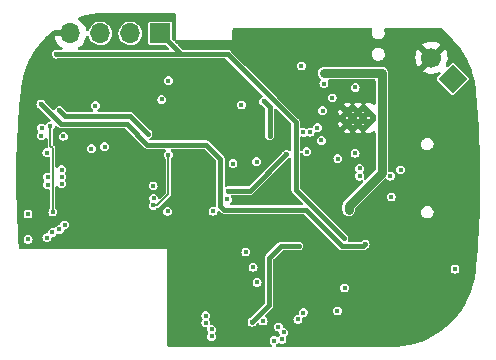
<source format=gbr>
G04 #@! TF.GenerationSoftware,KiCad,Pcbnew,(6.0.0)*
G04 #@! TF.CreationDate,2022-10-31T23:33:13+09:00*
G04 #@! TF.ProjectId,culturit_tx,63756c74-7572-4697-945f-74782e6b6963,rev?*
G04 #@! TF.SameCoordinates,Original*
G04 #@! TF.FileFunction,Copper,L3,Inr*
G04 #@! TF.FilePolarity,Positive*
%FSLAX46Y46*%
G04 Gerber Fmt 4.6, Leading zero omitted, Abs format (unit mm)*
G04 Created by KiCad (PCBNEW (6.0.0)) date 2022-10-31 23:33:13*
%MOMM*%
%LPD*%
G01*
G04 APERTURE LIST*
G04 Aperture macros list*
%AMHorizOval*
0 Thick line with rounded ends*
0 $1 width*
0 $2 $3 position (X,Y) of the first rounded end (center of the circle)*
0 $4 $5 position (X,Y) of the second rounded end (center of the circle)*
0 Add line between two ends*
20,1,$1,$2,$3,$4,$5,0*
0 Add two circle primitives to create the rounded ends*
1,1,$1,$2,$3*
1,1,$1,$4,$5*%
%AMRotRect*
0 Rectangle, with rotation*
0 The origin of the aperture is its center*
0 $1 length*
0 $2 width*
0 $3 Rotation angle, in degrees counterclockwise*
0 Add horizontal line*
21,1,$1,$2,0,0,$3*%
G04 Aperture macros list end*
G04 #@! TA.AperFunction,ComponentPad*
%ADD10C,0.500000*%
G04 #@! TD*
G04 #@! TA.AperFunction,ComponentPad*
%ADD11R,1.700000X1.700000*%
G04 #@! TD*
G04 #@! TA.AperFunction,ComponentPad*
%ADD12O,1.700000X1.700000*%
G04 #@! TD*
G04 #@! TA.AperFunction,ComponentPad*
%ADD13RotRect,1.700000X1.700000X45.000000*%
G04 #@! TD*
G04 #@! TA.AperFunction,ComponentPad*
%ADD14HorizOval,1.700000X0.000000X0.000000X0.000000X0.000000X0*%
G04 #@! TD*
G04 #@! TA.AperFunction,ViaPad*
%ADD15C,0.400000*%
G04 #@! TD*
G04 #@! TA.AperFunction,ViaPad*
%ADD16C,0.600000*%
G04 #@! TD*
G04 #@! TA.AperFunction,Conductor*
%ADD17C,0.400000*%
G04 #@! TD*
G04 #@! TA.AperFunction,Conductor*
%ADD18C,0.127000*%
G04 #@! TD*
G04 #@! TA.AperFunction,Conductor*
%ADD19C,0.750000*%
G04 #@! TD*
G04 APERTURE END LIST*
D10*
X45182500Y-24900000D03*
X44282500Y-24900000D03*
X43382500Y-24900000D03*
X45182500Y-23900000D03*
X44282500Y-23900000D03*
X43382500Y-23900000D03*
D11*
X27550000Y-17250000D03*
D12*
X25010000Y-17250000D03*
X22470000Y-17250000D03*
X19930000Y-17250000D03*
D13*
X52301562Y-21101562D03*
D14*
X50505511Y-19305511D03*
D15*
X32010000Y-32300000D03*
X44150000Y-41750000D03*
X19190000Y-29970000D03*
X17220000Y-35250000D03*
X35740000Y-38320000D03*
X41190000Y-26300000D03*
X38210000Y-27480000D03*
X40847316Y-25233948D03*
X47000000Y-39250000D03*
X49000000Y-43000000D03*
X42550000Y-40750000D03*
X51000000Y-36500000D03*
X46950000Y-37500000D03*
X43150000Y-38800000D03*
X52750000Y-40250000D03*
X36250000Y-43500000D03*
X17950000Y-34550000D03*
X49250000Y-17500000D03*
X52500000Y-19000000D03*
X53750000Y-22500000D03*
X37550000Y-42100000D03*
X43900000Y-34500000D03*
X39200000Y-41450000D03*
X31900000Y-42900000D03*
X38000000Y-42550000D03*
X33500000Y-40220000D03*
X39500000Y-20000000D03*
X17490000Y-25250000D03*
X53750000Y-36500000D03*
X42250000Y-43500000D03*
X41400000Y-21500000D03*
X17750000Y-22500000D03*
X32500000Y-43500000D03*
X40000000Y-17250000D03*
X26750000Y-27250000D03*
X30000000Y-42250000D03*
X23500000Y-31750000D03*
X19000000Y-21250000D03*
X21500000Y-21250000D03*
X21500000Y-16250000D03*
X41750000Y-17250000D03*
X36300000Y-23000000D03*
X28775000Y-18475000D03*
X35500000Y-40250000D03*
X19000000Y-19750000D03*
X23750000Y-27500000D03*
X22250000Y-28000000D03*
X41297011Y-23795087D03*
X27500000Y-35250000D03*
X19250000Y-35250000D03*
X23250000Y-35250000D03*
X36800000Y-25900000D03*
X42100000Y-22700000D03*
X20750000Y-26000000D03*
D16*
X46300000Y-20600000D03*
D15*
X16250000Y-22500000D03*
X26250000Y-16250000D03*
X28500000Y-38750000D03*
X28750000Y-43250000D03*
X18000000Y-18000000D03*
X34250000Y-17500000D03*
X19340000Y-25950000D03*
D16*
X41400000Y-20600000D03*
D15*
X32250000Y-21250000D03*
X25500000Y-27000000D03*
X36500000Y-18000000D03*
X16500000Y-20500000D03*
X20750000Y-30250000D03*
X47750000Y-27750000D03*
X26750000Y-35250000D03*
X24250000Y-35250000D03*
X20750000Y-27500000D03*
X18000000Y-35250000D03*
X21250000Y-35250000D03*
X23500000Y-30250000D03*
X23750000Y-16250000D03*
X44250000Y-19750000D03*
X21500000Y-18250000D03*
X47500000Y-40750000D03*
X45250000Y-36250000D03*
X45500000Y-27750000D03*
X21250000Y-31750000D03*
X30500000Y-21250000D03*
X40250000Y-24250000D03*
X42580000Y-27840000D03*
X42500000Y-19500000D03*
X24250000Y-26500000D03*
X42000000Y-31750000D03*
X35250000Y-32750000D03*
X42750000Y-31500000D03*
X33000000Y-24250000D03*
X18240000Y-25090000D03*
X27680000Y-22840000D03*
X39650000Y-25620000D03*
X22050000Y-23370000D03*
X39940000Y-27250000D03*
X26420000Y-24350000D03*
X44038581Y-27391360D03*
X37000000Y-34000000D03*
X28240000Y-21250000D03*
X44050000Y-21810000D03*
X40240000Y-25600000D03*
X34500000Y-22500000D03*
X25800000Y-23480000D03*
X33920000Y-26700000D03*
X44500000Y-32000000D03*
X28750000Y-23500000D03*
X31750000Y-33250000D03*
X51500000Y-40250000D03*
X30750000Y-24000000D03*
X42500000Y-30000000D03*
X39500000Y-33750000D03*
X26500000Y-21500000D03*
X28750000Y-24250000D03*
X34410000Y-23300000D03*
X28240000Y-27520000D03*
X44250000Y-38000000D03*
X33000000Y-23500000D03*
X31900000Y-42300000D03*
X41210000Y-30110000D03*
X19000000Y-23750000D03*
X33700000Y-28270000D03*
X26500000Y-25750000D03*
X31400000Y-41150000D03*
X37700000Y-40200000D03*
X33320000Y-30550000D03*
X35700000Y-28100000D03*
X48700000Y-22700000D03*
X26940000Y-30150000D03*
X19000000Y-33850000D03*
X31400000Y-41750000D03*
X39250000Y-35250000D03*
X25010000Y-35250000D03*
X26990000Y-31220000D03*
X19450000Y-33450000D03*
X18448192Y-32368209D03*
X37171115Y-43260557D03*
X21720000Y-27000000D03*
X39400000Y-38000000D03*
X39650000Y-40900000D03*
X38700000Y-38500000D03*
X18750000Y-19000000D03*
X16350000Y-34690000D03*
X26940000Y-31810000D03*
X41250000Y-35500000D03*
X47800000Y-24500000D03*
X35310000Y-41690000D03*
X16350000Y-32540000D03*
X19200000Y-28790000D03*
X18000000Y-30050000D03*
X35400000Y-37040000D03*
X18400000Y-34100000D03*
X18000000Y-29400000D03*
X41100000Y-41400000D03*
X19195072Y-29381016D03*
X37850000Y-43150000D03*
X28164263Y-32299701D03*
X33220000Y-31300000D03*
X34790000Y-35750000D03*
X36250000Y-41600000D03*
X17950000Y-27350000D03*
X22830000Y-26840000D03*
X43080000Y-34580000D03*
X37510000Y-30740000D03*
X37500000Y-36750000D03*
X45500000Y-34500000D03*
X36750000Y-35000000D03*
X47026781Y-29326070D03*
D16*
X43500000Y-32200000D03*
D15*
X17480000Y-25900000D03*
X52500000Y-37200000D03*
X44420541Y-29325000D03*
X16320000Y-23120000D03*
X38750000Y-36000000D03*
X44420541Y-28675000D03*
X47100000Y-31100000D03*
X47900000Y-33300000D03*
X45400000Y-32000000D03*
X47900000Y-28800000D03*
X17440000Y-23230000D03*
X37500000Y-38250000D03*
X44890000Y-35080000D03*
X44250000Y-40750000D03*
D17*
X36800000Y-23500000D02*
X36800000Y-25900000D01*
X36300000Y-23000000D02*
X36800000Y-23500000D01*
X33320000Y-30550000D02*
X35140000Y-30550000D01*
X35140000Y-30550000D02*
X38210000Y-27480000D01*
X29300000Y-19000000D02*
X28775000Y-18475000D01*
X19500000Y-24250000D02*
X19000000Y-23750000D01*
X33250000Y-19000000D02*
X29300000Y-19000000D01*
X26500000Y-25750000D02*
X25000000Y-24250000D01*
X43080000Y-34580000D02*
X39000000Y-30500000D01*
X29300000Y-19000000D02*
X18750000Y-19000000D01*
X39000000Y-24750000D02*
X33250000Y-19000000D01*
X25000000Y-24250000D02*
X19500000Y-24250000D01*
X39000000Y-30500000D02*
X39000000Y-24750000D01*
X36750000Y-40250000D02*
X35310000Y-41690000D01*
X39250000Y-35250000D02*
X37750000Y-35250000D01*
X36750000Y-36250000D02*
X36750000Y-40250000D01*
X37750000Y-35250000D02*
X36750000Y-36250000D01*
X28775000Y-18475000D02*
X27550000Y-17250000D01*
X17440000Y-23230000D02*
X19110000Y-24900000D01*
X26460000Y-26660000D02*
X31450000Y-26660000D01*
D18*
X28240000Y-30880000D02*
X27310000Y-31810000D01*
X28240000Y-27520000D02*
X28240000Y-30880000D01*
X27310000Y-31810000D02*
X26940000Y-31810000D01*
D17*
X19110000Y-24900000D02*
X24700000Y-24900000D01*
X31450000Y-26660000D02*
X32635000Y-27845000D01*
X32635000Y-31825000D02*
X32980000Y-32170000D01*
X42920000Y-35240000D02*
X44730000Y-35240000D01*
X39850000Y-32170000D02*
X42920000Y-35240000D01*
X32980000Y-32170000D02*
X39850000Y-32170000D01*
X24700000Y-24900000D02*
X26460000Y-26660000D01*
X44730000Y-35240000D02*
X44890000Y-35080000D01*
X32635000Y-27845000D02*
X32635000Y-31825000D01*
D18*
X18240000Y-26750000D02*
X18448192Y-26958192D01*
X18448192Y-26958192D02*
X18448192Y-32368209D01*
X18240000Y-25090000D02*
X18240000Y-26750000D01*
D19*
X43500000Y-32200000D02*
X43500000Y-31824843D01*
X43500000Y-31824843D02*
X46300000Y-29024843D01*
X46300000Y-29024843D02*
X46300000Y-20600000D01*
X46300000Y-20600000D02*
X41400000Y-20600000D01*
G04 #@! TA.AperFunction,Conductor*
G36*
X28789721Y-15522402D02*
G01*
X28836214Y-15576058D01*
X28847600Y-15628400D01*
X28847600Y-17613351D01*
X28846518Y-17621569D01*
X28846518Y-17633976D01*
X28842224Y-17650001D01*
X28847600Y-17670064D01*
X28863362Y-17728889D01*
X28860614Y-17729625D01*
X28871459Y-17774328D01*
X28869533Y-17779892D01*
X28872676Y-17778720D01*
X28920298Y-17789675D01*
X28921112Y-17786639D01*
X28983977Y-17803484D01*
X28983978Y-17803484D01*
X29000000Y-17807777D01*
X29016024Y-17803483D01*
X29028432Y-17803483D01*
X29036650Y-17802401D01*
X33463350Y-17802401D01*
X33471568Y-17803483D01*
X33483975Y-17803483D01*
X33500000Y-17807777D01*
X33516025Y-17803483D01*
X33516026Y-17803483D01*
X33520064Y-17802401D01*
X33544296Y-17795908D01*
X33562866Y-17790932D01*
X33578888Y-17786639D01*
X33636638Y-17728889D01*
X33652400Y-17670064D01*
X33657776Y-17650001D01*
X33653482Y-17633976D01*
X33653482Y-17621569D01*
X33652400Y-17613351D01*
X33652400Y-16928401D01*
X33672402Y-16860280D01*
X33726058Y-16813787D01*
X33778400Y-16802401D01*
X45375336Y-16802401D01*
X45443457Y-16822403D01*
X45489950Y-16876059D01*
X45500054Y-16946333D01*
X45493887Y-16971082D01*
X45466066Y-17048358D01*
X45453307Y-17083797D01*
X45452679Y-17092354D01*
X45452678Y-17092357D01*
X45446722Y-17173470D01*
X45442197Y-17235094D01*
X45472182Y-17383806D01*
X45476081Y-17391458D01*
X45537156Y-17511324D01*
X45537158Y-17511327D01*
X45541055Y-17518975D01*
X45546868Y-17525297D01*
X45546869Y-17525298D01*
X45563065Y-17542911D01*
X45643740Y-17630644D01*
X45651043Y-17635172D01*
X45651044Y-17635173D01*
X45707314Y-17670062D01*
X45772672Y-17710586D01*
X45780919Y-17712982D01*
X45912015Y-17751069D01*
X45912018Y-17751070D01*
X45918353Y-17752910D01*
X45925794Y-17753456D01*
X45926805Y-17753531D01*
X45926813Y-17753531D01*
X45929110Y-17753700D01*
X46038004Y-17753700D01*
X46042249Y-17753118D01*
X46042256Y-17753118D01*
X46103309Y-17744754D01*
X46150301Y-17738317D01*
X46208847Y-17712982D01*
X46281644Y-17681480D01*
X46281646Y-17681479D01*
X46289528Y-17678068D01*
X46407425Y-17582597D01*
X46412401Y-17575595D01*
X46412403Y-17575593D01*
X46490329Y-17465940D01*
X46490330Y-17465938D01*
X46495304Y-17458939D01*
X46502418Y-17439181D01*
X46543785Y-17324279D01*
X46546693Y-17316203D01*
X46551555Y-17250000D01*
X46557174Y-17173470D01*
X46557803Y-17164906D01*
X46527818Y-17016194D01*
X46512232Y-16985605D01*
X46499127Y-16915829D01*
X46525826Y-16850044D01*
X46583853Y-16809137D01*
X46624498Y-16802401D01*
X51199795Y-16802401D01*
X51267916Y-16822403D01*
X51275219Y-16827469D01*
X51610757Y-17078208D01*
X51617770Y-17083850D01*
X51838278Y-17274614D01*
X51886352Y-17316203D01*
X51997106Y-17412018D01*
X52003694Y-17418142D01*
X52358652Y-17772573D01*
X52364770Y-17779136D01*
X52612915Y-18065110D01*
X52693499Y-18157979D01*
X52699152Y-18164983D01*
X53000017Y-18566354D01*
X53005141Y-18573725D01*
X53276573Y-18995533D01*
X53281167Y-19003265D01*
X53483263Y-19372902D01*
X53521794Y-19443375D01*
X53525826Y-19451420D01*
X53719175Y-19874248D01*
X53734417Y-19907581D01*
X53737863Y-19915891D01*
X53772934Y-20009793D01*
X53913356Y-20385776D01*
X53916202Y-20394315D01*
X53957935Y-20536240D01*
X54056560Y-20871642D01*
X54057703Y-20875530D01*
X54059930Y-20884242D01*
X54094271Y-21041850D01*
X54166717Y-21374339D01*
X54168318Y-21383197D01*
X54178614Y-21454661D01*
X54235729Y-21851096D01*
X54235873Y-21852097D01*
X54236437Y-21856581D01*
X54237669Y-21868026D01*
X54235095Y-21884267D01*
X54235174Y-21884472D01*
X54235140Y-21884690D01*
X54241112Y-21900125D01*
X54242722Y-21915350D01*
X54243937Y-21920495D01*
X54380093Y-23353456D01*
X54380305Y-23355948D01*
X54427542Y-23985599D01*
X54481376Y-24703186D01*
X54490661Y-24826957D01*
X54490821Y-24829426D01*
X54571825Y-26300000D01*
X54571952Y-26302314D01*
X54572063Y-26304773D01*
X54599799Y-27093008D01*
X54623939Y-27779042D01*
X54624002Y-27781543D01*
X54646600Y-29256458D01*
X54646614Y-29258959D01*
X54643029Y-30050000D01*
X54639987Y-30721361D01*
X54639929Y-30734084D01*
X54639893Y-30736556D01*
X54623453Y-31410598D01*
X54603923Y-32211286D01*
X54603837Y-32213786D01*
X54538600Y-33687484D01*
X54538464Y-33689982D01*
X54443987Y-35162046D01*
X54443802Y-35164541D01*
X54323079Y-36599274D01*
X54321832Y-36604858D01*
X54320438Y-36619664D01*
X54314662Y-36635212D01*
X54317434Y-36651565D01*
X54316092Y-36665814D01*
X54316301Y-36672092D01*
X54285159Y-36977607D01*
X54244194Y-37379482D01*
X54242606Y-37386106D01*
X54241125Y-37399843D01*
X54235140Y-37415312D01*
X54237691Y-37431700D01*
X54236312Y-37444491D01*
X54235766Y-37448843D01*
X54170529Y-37904507D01*
X54168983Y-37913149D01*
X54066097Y-38391422D01*
X54063953Y-38399935D01*
X53928013Y-38869889D01*
X53925281Y-38878232D01*
X53756949Y-39337571D01*
X53753643Y-39345703D01*
X53553740Y-39792201D01*
X53549876Y-39800084D01*
X53319361Y-40231589D01*
X53314957Y-40239184D01*
X53054955Y-40653591D01*
X53050033Y-40660860D01*
X52761812Y-41056149D01*
X52756396Y-41063058D01*
X52441347Y-41437324D01*
X52435463Y-41443839D01*
X52325744Y-41557128D01*
X52112336Y-41777481D01*
X52095117Y-41795260D01*
X52088800Y-41801343D01*
X51745269Y-42109840D01*
X51724813Y-42128210D01*
X51718084Y-42133842D01*
X51701447Y-42146809D01*
X51332210Y-42434579D01*
X51325102Y-42439731D01*
X50919236Y-42712861D01*
X50911786Y-42717506D01*
X50487876Y-42961718D01*
X50480121Y-42965832D01*
X50040258Y-43179922D01*
X50032236Y-43183487D01*
X49865389Y-43250764D01*
X49578491Y-43366448D01*
X49570265Y-43369435D01*
X49289155Y-43460598D01*
X49104912Y-43520347D01*
X49096472Y-43522763D01*
X49073990Y-43528358D01*
X48621730Y-43640908D01*
X48613151Y-43642728D01*
X48521632Y-43658836D01*
X48131328Y-43727531D01*
X48122634Y-43728750D01*
X47929445Y-43749018D01*
X47636101Y-43779794D01*
X47627361Y-43780404D01*
X47236489Y-43794029D01*
X47167249Y-43796443D01*
X47162862Y-43796519D01*
X47150061Y-43796519D01*
X47134037Y-43792226D01*
X47118013Y-43796520D01*
X47105605Y-43796520D01*
X47097387Y-43797602D01*
X37460786Y-43797602D01*
X37392665Y-43777600D01*
X37346172Y-43723944D01*
X37336068Y-43653670D01*
X37365562Y-43589090D01*
X37385633Y-43570668D01*
X37393508Y-43566655D01*
X37477213Y-43482950D01*
X37479029Y-43484766D01*
X37523762Y-43450273D01*
X37594499Y-43444199D01*
X37626505Y-43458262D01*
X37627607Y-43456098D01*
X37733081Y-43509840D01*
X37742870Y-43511390D01*
X37742872Y-43511391D01*
X37840207Y-43526807D01*
X37850000Y-43528358D01*
X37859793Y-43526807D01*
X37957128Y-43511391D01*
X37957130Y-43511390D01*
X37966919Y-43509840D01*
X38072393Y-43456098D01*
X38156098Y-43372393D01*
X38209840Y-43266919D01*
X38220584Y-43199087D01*
X38226807Y-43159793D01*
X38228358Y-43150000D01*
X38222587Y-43113560D01*
X38211391Y-43042872D01*
X38211390Y-43042870D01*
X38209840Y-43033081D01*
X38195561Y-43005056D01*
X38182456Y-42935281D01*
X38209155Y-42869496D01*
X38222758Y-42856463D01*
X38222393Y-42856098D01*
X38306098Y-42772393D01*
X38359840Y-42666919D01*
X38378358Y-42550000D01*
X38367011Y-42478358D01*
X38361391Y-42442872D01*
X38361390Y-42442870D01*
X38359840Y-42433081D01*
X38306098Y-42327607D01*
X38222393Y-42243902D01*
X38116919Y-42190160D01*
X38107130Y-42188610D01*
X38107128Y-42188609D01*
X38028571Y-42176167D01*
X37964418Y-42145754D01*
X37926891Y-42085486D01*
X37923833Y-42071429D01*
X37911391Y-41992872D01*
X37911390Y-41992870D01*
X37909840Y-41983081D01*
X37856098Y-41877607D01*
X37772393Y-41793902D01*
X37666919Y-41740160D01*
X37657130Y-41738610D01*
X37657128Y-41738609D01*
X37559793Y-41723193D01*
X37550000Y-41721642D01*
X37540207Y-41723193D01*
X37442872Y-41738609D01*
X37442870Y-41738610D01*
X37433081Y-41740160D01*
X37327607Y-41793902D01*
X37243902Y-41877607D01*
X37190160Y-41983081D01*
X37188610Y-41992870D01*
X37188609Y-41992872D01*
X37176299Y-42070596D01*
X37171642Y-42100000D01*
X37173193Y-42109793D01*
X37186635Y-42194661D01*
X37190160Y-42216919D01*
X37243902Y-42322393D01*
X37327607Y-42406098D01*
X37433081Y-42459840D01*
X37442870Y-42461390D01*
X37442872Y-42461391D01*
X37521429Y-42473833D01*
X37585582Y-42504246D01*
X37623109Y-42564514D01*
X37626167Y-42578571D01*
X37640160Y-42666919D01*
X37644660Y-42675750D01*
X37644660Y-42675751D01*
X37654439Y-42694942D01*
X37667544Y-42764719D01*
X37640845Y-42830504D01*
X37627242Y-42843537D01*
X37627607Y-42843902D01*
X37543902Y-42927607D01*
X37542086Y-42925791D01*
X37497353Y-42960284D01*
X37426616Y-42966358D01*
X37394610Y-42952295D01*
X37393508Y-42954459D01*
X37288034Y-42900717D01*
X37278245Y-42899167D01*
X37278243Y-42899166D01*
X37180908Y-42883750D01*
X37171115Y-42882199D01*
X37161322Y-42883750D01*
X37063987Y-42899166D01*
X37063985Y-42899167D01*
X37054196Y-42900717D01*
X36948722Y-42954459D01*
X36865017Y-43038164D01*
X36811275Y-43143638D01*
X36809725Y-43153427D01*
X36809724Y-43153429D01*
X36802493Y-43199087D01*
X36792757Y-43260557D01*
X36794308Y-43270350D01*
X36809528Y-43366443D01*
X36811275Y-43377476D01*
X36865017Y-43482950D01*
X36948722Y-43566655D01*
X36956073Y-43570400D01*
X36998860Y-43625892D01*
X37004934Y-43696628D01*
X36971800Y-43759419D01*
X36909979Y-43794328D01*
X36881444Y-43797602D01*
X28278400Y-43797602D01*
X28210279Y-43777600D01*
X28163786Y-43723944D01*
X28152400Y-43671602D01*
X28152400Y-41750000D01*
X31021642Y-41750000D01*
X31023193Y-41759791D01*
X31023193Y-41759793D01*
X31037864Y-41852420D01*
X31040160Y-41866919D01*
X31093902Y-41972393D01*
X31177607Y-42056098D01*
X31283081Y-42109840D01*
X31292870Y-42111390D01*
X31292872Y-42111391D01*
X31390207Y-42126807D01*
X31400000Y-42128358D01*
X31404436Y-42127655D01*
X31469667Y-42146809D01*
X31516160Y-42200465D01*
X31525995Y-42272517D01*
X31521642Y-42300000D01*
X31523193Y-42309793D01*
X31537336Y-42399087D01*
X31540160Y-42416919D01*
X31568377Y-42472298D01*
X31584656Y-42504246D01*
X31593902Y-42522393D01*
X31598921Y-42527412D01*
X31622254Y-42592804D01*
X31606175Y-42661956D01*
X31600101Y-42671408D01*
X31593902Y-42677607D01*
X31540160Y-42783081D01*
X31538610Y-42792870D01*
X31538609Y-42792872D01*
X31526473Y-42869496D01*
X31521642Y-42900000D01*
X31523193Y-42909793D01*
X31531764Y-42963906D01*
X31540160Y-43016919D01*
X31593902Y-43122393D01*
X31677607Y-43206098D01*
X31783081Y-43259840D01*
X31792870Y-43261390D01*
X31792872Y-43261391D01*
X31890207Y-43276807D01*
X31900000Y-43278358D01*
X31909793Y-43276807D01*
X32007128Y-43261391D01*
X32007130Y-43261390D01*
X32016919Y-43259840D01*
X32122393Y-43206098D01*
X32206098Y-43122393D01*
X32259840Y-43016919D01*
X32268237Y-42963906D01*
X32276807Y-42909793D01*
X32278358Y-42900000D01*
X32273527Y-42869496D01*
X32261391Y-42792872D01*
X32261390Y-42792870D01*
X32259840Y-42783081D01*
X32206098Y-42677607D01*
X32201079Y-42672588D01*
X32177746Y-42607196D01*
X32193825Y-42538044D01*
X32199899Y-42528592D01*
X32206098Y-42522393D01*
X32215345Y-42504246D01*
X32231623Y-42472298D01*
X32259840Y-42416919D01*
X32262665Y-42399087D01*
X32276807Y-42309793D01*
X32278358Y-42300000D01*
X32276807Y-42290207D01*
X32261391Y-42192872D01*
X32261390Y-42192870D01*
X32259840Y-42183081D01*
X32206098Y-42077607D01*
X32122393Y-41993902D01*
X32016919Y-41940160D01*
X32007130Y-41938610D01*
X32007128Y-41938609D01*
X31909793Y-41923193D01*
X31900000Y-41921642D01*
X31895564Y-41922345D01*
X31830333Y-41903191D01*
X31783840Y-41849535D01*
X31774005Y-41777481D01*
X31776807Y-41759791D01*
X31778358Y-41750000D01*
X31768855Y-41690000D01*
X34931642Y-41690000D01*
X34933193Y-41699793D01*
X34947386Y-41789402D01*
X34950160Y-41806919D01*
X35003902Y-41912393D01*
X35087607Y-41996098D01*
X35193081Y-42049840D01*
X35202870Y-42051390D01*
X35202872Y-42051391D01*
X35300207Y-42066807D01*
X35310000Y-42068358D01*
X35319793Y-42066807D01*
X35417128Y-42051391D01*
X35417130Y-42051390D01*
X35426919Y-42049840D01*
X35532393Y-41996098D01*
X35616098Y-41912393D01*
X35637597Y-41870199D01*
X35660769Y-41838307D01*
X35731075Y-41768001D01*
X35793387Y-41733975D01*
X35864202Y-41739040D01*
X35921038Y-41781587D01*
X35932435Y-41799891D01*
X35939397Y-41813555D01*
X35939401Y-41813560D01*
X35943902Y-41822393D01*
X36027607Y-41906098D01*
X36133081Y-41959840D01*
X36142870Y-41961390D01*
X36142872Y-41961391D01*
X36240207Y-41976807D01*
X36250000Y-41978358D01*
X36259793Y-41976807D01*
X36357128Y-41961391D01*
X36357130Y-41961390D01*
X36366919Y-41959840D01*
X36472393Y-41906098D01*
X36556098Y-41822393D01*
X36609840Y-41716919D01*
X36612553Y-41699793D01*
X36626807Y-41609793D01*
X36628358Y-41600000D01*
X36624518Y-41575752D01*
X36611391Y-41492872D01*
X36611390Y-41492870D01*
X36609840Y-41483081D01*
X36592984Y-41450000D01*
X38821642Y-41450000D01*
X38823193Y-41459793D01*
X38833934Y-41527607D01*
X38840160Y-41566919D01*
X38893902Y-41672393D01*
X38977607Y-41756098D01*
X39083081Y-41809840D01*
X39092870Y-41811390D01*
X39092872Y-41811391D01*
X39190207Y-41826807D01*
X39200000Y-41828358D01*
X39209793Y-41826807D01*
X39307128Y-41811391D01*
X39307130Y-41811390D01*
X39316919Y-41809840D01*
X39422393Y-41756098D01*
X39506098Y-41672393D01*
X39559840Y-41566919D01*
X39566067Y-41527607D01*
X39576807Y-41459793D01*
X39578358Y-41450000D01*
X39576807Y-41440206D01*
X39573302Y-41418076D01*
X39582402Y-41347665D01*
X39628124Y-41293351D01*
X39678040Y-41273917D01*
X39757128Y-41261391D01*
X39757130Y-41261390D01*
X39766919Y-41259840D01*
X39872393Y-41206098D01*
X39956098Y-41122393D01*
X40009840Y-41016919D01*
X40028358Y-40900000D01*
X40021568Y-40857128D01*
X40011391Y-40792872D01*
X40011390Y-40792870D01*
X40009840Y-40783081D01*
X39992984Y-40750000D01*
X42171642Y-40750000D01*
X42173193Y-40759793D01*
X42178716Y-40794661D01*
X42190160Y-40866919D01*
X42243902Y-40972393D01*
X42327607Y-41056098D01*
X42433081Y-41109840D01*
X42442870Y-41111390D01*
X42442872Y-41111391D01*
X42540207Y-41126807D01*
X42550000Y-41128358D01*
X42559793Y-41126807D01*
X42657128Y-41111391D01*
X42657130Y-41111390D01*
X42666919Y-41109840D01*
X42772393Y-41056098D01*
X42856098Y-40972393D01*
X42909840Y-40866919D01*
X42921285Y-40794661D01*
X42926807Y-40759793D01*
X42928358Y-40750000D01*
X42913677Y-40657308D01*
X42911391Y-40642872D01*
X42911390Y-40642870D01*
X42909840Y-40633081D01*
X42856098Y-40527607D01*
X42772393Y-40443902D01*
X42666919Y-40390160D01*
X42657130Y-40388610D01*
X42657128Y-40388609D01*
X42559793Y-40373193D01*
X42550000Y-40371642D01*
X42540207Y-40373193D01*
X42442872Y-40388609D01*
X42442870Y-40388610D01*
X42433081Y-40390160D01*
X42327607Y-40443902D01*
X42243902Y-40527607D01*
X42190160Y-40633081D01*
X42188610Y-40642870D01*
X42188609Y-40642872D01*
X42186323Y-40657308D01*
X42171642Y-40750000D01*
X39992984Y-40750000D01*
X39956098Y-40677607D01*
X39872393Y-40593902D01*
X39766919Y-40540160D01*
X39757130Y-40538610D01*
X39757128Y-40538609D01*
X39659793Y-40523193D01*
X39650000Y-40521642D01*
X39640207Y-40523193D01*
X39542872Y-40538609D01*
X39542870Y-40538610D01*
X39533081Y-40540160D01*
X39427607Y-40593902D01*
X39343902Y-40677607D01*
X39290160Y-40783081D01*
X39288610Y-40792870D01*
X39288609Y-40792872D01*
X39278432Y-40857128D01*
X39271642Y-40900000D01*
X39273193Y-40909793D01*
X39273193Y-40909794D01*
X39276698Y-40931924D01*
X39267598Y-41002335D01*
X39221876Y-41056649D01*
X39171960Y-41076083D01*
X39092872Y-41088609D01*
X39092870Y-41088610D01*
X39083081Y-41090160D01*
X38977607Y-41143902D01*
X38893902Y-41227607D01*
X38840160Y-41333081D01*
X38838610Y-41342870D01*
X38838609Y-41342872D01*
X38832111Y-41383902D01*
X38821642Y-41450000D01*
X36592984Y-41450000D01*
X36556098Y-41377607D01*
X36472393Y-41293902D01*
X36463563Y-41289403D01*
X36463555Y-41289397D01*
X36449891Y-41282435D01*
X36398276Y-41233686D01*
X36381212Y-41164771D01*
X36404114Y-41097570D01*
X36418001Y-41081075D01*
X36963415Y-40535661D01*
X36978684Y-40523328D01*
X36982038Y-40520276D01*
X36990790Y-40514625D01*
X37009808Y-40490501D01*
X37013334Y-40486534D01*
X37013233Y-40486448D01*
X37016591Y-40482485D01*
X37020269Y-40478807D01*
X37030584Y-40464373D01*
X37034135Y-40459643D01*
X37057077Y-40430541D01*
X37063525Y-40422362D01*
X37066347Y-40414327D01*
X37071296Y-40407401D01*
X37074278Y-40397430D01*
X37074280Y-40397426D01*
X37084897Y-40361924D01*
X37086721Y-40356308D01*
X37102452Y-40311513D01*
X37102900Y-40306341D01*
X37102900Y-40303637D01*
X37102996Y-40301405D01*
X37103146Y-40300905D01*
X37103184Y-40300907D01*
X37103194Y-40300743D01*
X37104959Y-40294842D01*
X37102997Y-40244911D01*
X37102900Y-40239965D01*
X37102900Y-38800000D01*
X42771642Y-38800000D01*
X42773193Y-38809793D01*
X42784033Y-38878232D01*
X42790160Y-38916919D01*
X42843902Y-39022393D01*
X42927607Y-39106098D01*
X43033081Y-39159840D01*
X43042870Y-39161390D01*
X43042872Y-39161391D01*
X43140207Y-39176807D01*
X43150000Y-39178358D01*
X43159793Y-39176807D01*
X43257128Y-39161391D01*
X43257130Y-39161390D01*
X43266919Y-39159840D01*
X43372393Y-39106098D01*
X43456098Y-39022393D01*
X43509840Y-38916919D01*
X43515968Y-38878232D01*
X43526807Y-38809793D01*
X43528358Y-38800000D01*
X43509840Y-38683081D01*
X43456098Y-38577607D01*
X43372393Y-38493902D01*
X43266919Y-38440160D01*
X43257130Y-38438610D01*
X43257128Y-38438609D01*
X43159793Y-38423193D01*
X43150000Y-38421642D01*
X43140207Y-38423193D01*
X43042872Y-38438609D01*
X43042870Y-38438610D01*
X43033081Y-38440160D01*
X42927607Y-38493902D01*
X42843902Y-38577607D01*
X42790160Y-38683081D01*
X42771642Y-38800000D01*
X37102900Y-38800000D01*
X37102900Y-37200000D01*
X52121642Y-37200000D01*
X52140160Y-37316919D01*
X52193902Y-37422393D01*
X52277607Y-37506098D01*
X52383081Y-37559840D01*
X52392870Y-37561390D01*
X52392872Y-37561391D01*
X52490207Y-37576807D01*
X52500000Y-37578358D01*
X52509793Y-37576807D01*
X52607128Y-37561391D01*
X52607130Y-37561390D01*
X52616919Y-37559840D01*
X52722393Y-37506098D01*
X52806098Y-37422393D01*
X52859840Y-37316919D01*
X52878358Y-37200000D01*
X52859840Y-37083081D01*
X52806098Y-36977607D01*
X52722393Y-36893902D01*
X52616919Y-36840160D01*
X52607130Y-36838610D01*
X52607128Y-36838609D01*
X52509793Y-36823193D01*
X52500000Y-36821642D01*
X52490207Y-36823193D01*
X52392872Y-36838609D01*
X52392870Y-36838610D01*
X52383081Y-36840160D01*
X52277607Y-36893902D01*
X52193902Y-36977607D01*
X52140160Y-37083081D01*
X52121642Y-37200000D01*
X37102900Y-37200000D01*
X37102900Y-36448366D01*
X37122902Y-36380245D01*
X37139805Y-36359271D01*
X37859271Y-35639805D01*
X37921583Y-35605779D01*
X37948366Y-35602900D01*
X39096785Y-35602900D01*
X39129689Y-35608111D01*
X39133081Y-35609840D01*
X39250000Y-35628358D01*
X39259793Y-35626807D01*
X39357128Y-35611391D01*
X39357130Y-35611390D01*
X39366919Y-35609840D01*
X39472393Y-35556098D01*
X39556098Y-35472393D01*
X39609840Y-35366919D01*
X39618950Y-35309404D01*
X39626807Y-35259793D01*
X39628358Y-35250000D01*
X39614823Y-35164541D01*
X39611391Y-35142872D01*
X39611390Y-35142870D01*
X39609840Y-35133081D01*
X39556098Y-35027607D01*
X39472393Y-34943902D01*
X39366919Y-34890160D01*
X39357130Y-34888610D01*
X39357128Y-34888609D01*
X39259793Y-34873193D01*
X39250000Y-34871642D01*
X39133081Y-34890160D01*
X39129689Y-34891889D01*
X39096785Y-34897100D01*
X37801088Y-34897100D01*
X37781556Y-34895022D01*
X37777034Y-34894809D01*
X37766854Y-34892617D01*
X37736354Y-34896227D01*
X37731051Y-34896540D01*
X37731062Y-34896672D01*
X37725884Y-34897100D01*
X37720682Y-34897100D01*
X37703187Y-34900012D01*
X37697343Y-34900844D01*
X37674396Y-34903560D01*
X37660523Y-34905202D01*
X37660522Y-34905202D01*
X37650183Y-34906426D01*
X37642506Y-34910112D01*
X37634109Y-34911510D01*
X37624950Y-34916452D01*
X37624947Y-34916453D01*
X37592352Y-34934041D01*
X37587060Y-34936737D01*
X37544275Y-34957282D01*
X37540301Y-34960623D01*
X37538368Y-34962556D01*
X37536747Y-34964043D01*
X37536298Y-34964285D01*
X37536270Y-34964254D01*
X37536134Y-34964373D01*
X37530714Y-34967298D01*
X37523644Y-34974946D01*
X37523643Y-34974947D01*
X37496793Y-35003994D01*
X37493363Y-35007561D01*
X36536585Y-35964339D01*
X36521316Y-35976672D01*
X36517962Y-35979724D01*
X36509210Y-35985375D01*
X36490192Y-36009499D01*
X36486666Y-36013466D01*
X36486767Y-36013552D01*
X36483409Y-36017515D01*
X36479731Y-36021193D01*
X36469416Y-36035627D01*
X36465865Y-36040357D01*
X36436475Y-36077638D01*
X36433653Y-36085673D01*
X36428704Y-36092599D01*
X36425722Y-36102570D01*
X36425720Y-36102574D01*
X36415103Y-36138076D01*
X36413279Y-36143692D01*
X36397548Y-36188487D01*
X36397100Y-36193659D01*
X36397100Y-36196363D01*
X36397004Y-36198595D01*
X36396854Y-36199095D01*
X36396816Y-36199093D01*
X36396806Y-36199257D01*
X36395041Y-36205158D01*
X36395450Y-36215562D01*
X36397003Y-36255088D01*
X36397100Y-36260035D01*
X36397100Y-40051634D01*
X36377098Y-40119755D01*
X36360195Y-40140729D01*
X35161693Y-41339231D01*
X35129801Y-41362403D01*
X35087607Y-41383902D01*
X35003902Y-41467607D01*
X34950160Y-41573081D01*
X34948610Y-41582870D01*
X34948609Y-41582872D01*
X34945896Y-41600000D01*
X34931642Y-41690000D01*
X31768855Y-41690000D01*
X31767177Y-41679404D01*
X31761391Y-41642872D01*
X31761390Y-41642870D01*
X31759840Y-41633081D01*
X31706098Y-41527607D01*
X31701079Y-41522588D01*
X31677746Y-41457196D01*
X31693825Y-41388044D01*
X31699899Y-41378592D01*
X31706098Y-41372393D01*
X31759840Y-41266919D01*
X31764668Y-41236440D01*
X31776807Y-41159793D01*
X31778358Y-41150000D01*
X31776807Y-41140207D01*
X31761391Y-41042872D01*
X31761390Y-41042870D01*
X31759840Y-41033081D01*
X31706098Y-40927607D01*
X31622393Y-40843902D01*
X31516919Y-40790160D01*
X31507130Y-40788610D01*
X31507128Y-40788609D01*
X31409793Y-40773193D01*
X31400000Y-40771642D01*
X31390207Y-40773193D01*
X31292872Y-40788609D01*
X31292870Y-40788610D01*
X31283081Y-40790160D01*
X31177607Y-40843902D01*
X31093902Y-40927607D01*
X31040160Y-41033081D01*
X31038610Y-41042870D01*
X31038609Y-41042872D01*
X31023193Y-41140207D01*
X31021642Y-41150000D01*
X31023193Y-41159793D01*
X31035333Y-41236440D01*
X31040160Y-41266919D01*
X31093902Y-41372393D01*
X31098921Y-41377412D01*
X31122254Y-41442804D01*
X31106175Y-41511956D01*
X31100101Y-41521408D01*
X31093902Y-41527607D01*
X31040160Y-41633081D01*
X31038610Y-41642870D01*
X31038609Y-41642872D01*
X31032823Y-41679404D01*
X31021642Y-41750000D01*
X28152400Y-41750000D01*
X28152400Y-38320000D01*
X35361642Y-38320000D01*
X35380160Y-38436919D01*
X35433902Y-38542393D01*
X35517607Y-38626098D01*
X35623081Y-38679840D01*
X35632870Y-38681390D01*
X35632872Y-38681391D01*
X35730207Y-38696807D01*
X35740000Y-38698358D01*
X35749793Y-38696807D01*
X35847128Y-38681391D01*
X35847130Y-38681390D01*
X35856919Y-38679840D01*
X35962393Y-38626098D01*
X36046098Y-38542393D01*
X36099840Y-38436919D01*
X36118358Y-38320000D01*
X36099840Y-38203081D01*
X36046098Y-38097607D01*
X35962393Y-38013902D01*
X35856919Y-37960160D01*
X35847130Y-37958610D01*
X35847128Y-37958609D01*
X35749793Y-37943193D01*
X35740000Y-37941642D01*
X35730207Y-37943193D01*
X35632872Y-37958609D01*
X35632870Y-37958610D01*
X35623081Y-37960160D01*
X35517607Y-38013902D01*
X35433902Y-38097607D01*
X35380160Y-38203081D01*
X35361642Y-38320000D01*
X28152400Y-38320000D01*
X28152400Y-37040000D01*
X35021642Y-37040000D01*
X35040160Y-37156919D01*
X35093902Y-37262393D01*
X35177607Y-37346098D01*
X35283081Y-37399840D01*
X35292870Y-37401390D01*
X35292872Y-37401391D01*
X35390207Y-37416807D01*
X35400000Y-37418358D01*
X35409793Y-37416807D01*
X35507128Y-37401391D01*
X35507130Y-37401390D01*
X35516919Y-37399840D01*
X35622393Y-37346098D01*
X35706098Y-37262393D01*
X35759840Y-37156919D01*
X35778358Y-37040000D01*
X35759840Y-36923081D01*
X35706098Y-36817607D01*
X35622393Y-36733902D01*
X35516919Y-36680160D01*
X35507130Y-36678610D01*
X35507128Y-36678609D01*
X35409793Y-36663193D01*
X35400000Y-36661642D01*
X35390207Y-36663193D01*
X35292872Y-36678609D01*
X35292870Y-36678610D01*
X35283081Y-36680160D01*
X35177607Y-36733902D01*
X35093902Y-36817607D01*
X35040160Y-36923081D01*
X35021642Y-37040000D01*
X28152400Y-37040000D01*
X28152400Y-35750000D01*
X34411642Y-35750000D01*
X34413193Y-35759793D01*
X34420713Y-35807270D01*
X34430160Y-35866919D01*
X34483902Y-35972393D01*
X34567607Y-36056098D01*
X34673081Y-36109840D01*
X34682870Y-36111390D01*
X34682872Y-36111391D01*
X34780207Y-36126807D01*
X34790000Y-36128358D01*
X34799793Y-36126807D01*
X34897128Y-36111391D01*
X34897130Y-36111390D01*
X34906919Y-36109840D01*
X35012393Y-36056098D01*
X35096098Y-35972393D01*
X35149840Y-35866919D01*
X35159288Y-35807270D01*
X35166807Y-35759793D01*
X35168358Y-35750000D01*
X35166807Y-35740207D01*
X35151391Y-35642872D01*
X35151390Y-35642870D01*
X35149840Y-35633081D01*
X35096098Y-35527607D01*
X35012393Y-35443902D01*
X34906919Y-35390160D01*
X34897130Y-35388610D01*
X34897128Y-35388609D01*
X34799793Y-35373193D01*
X34790000Y-35371642D01*
X34780207Y-35373193D01*
X34682872Y-35388609D01*
X34682870Y-35388610D01*
X34673081Y-35390160D01*
X34567607Y-35443902D01*
X34483902Y-35527607D01*
X34430160Y-35633081D01*
X34428610Y-35642870D01*
X34428609Y-35642872D01*
X34413193Y-35740207D01*
X34411642Y-35750000D01*
X28152400Y-35750000D01*
X28152400Y-35686651D01*
X28153482Y-35678433D01*
X28153482Y-35666025D01*
X28157776Y-35650001D01*
X28153243Y-35633081D01*
X28140931Y-35587134D01*
X28140931Y-35587133D01*
X28136638Y-35571113D01*
X28078888Y-35513363D01*
X28062868Y-35509070D01*
X28062867Y-35509070D01*
X28035695Y-35501789D01*
X28020063Y-35497601D01*
X28000000Y-35492225D01*
X27983975Y-35496519D01*
X27971568Y-35496519D01*
X27963350Y-35497601D01*
X15699049Y-35497601D01*
X15630928Y-35477599D01*
X15584435Y-35423943D01*
X15573357Y-35380403D01*
X15525011Y-34690000D01*
X15971642Y-34690000D01*
X15973193Y-34699793D01*
X15984931Y-34773902D01*
X15990160Y-34806919D01*
X16043902Y-34912393D01*
X16127607Y-34996098D01*
X16233081Y-35049840D01*
X16242870Y-35051390D01*
X16242872Y-35051391D01*
X16340207Y-35066807D01*
X16350000Y-35068358D01*
X16359793Y-35066807D01*
X16457128Y-35051391D01*
X16457130Y-35051390D01*
X16466919Y-35049840D01*
X16572393Y-34996098D01*
X16656098Y-34912393D01*
X16709840Y-34806919D01*
X16715070Y-34773902D01*
X16726807Y-34699793D01*
X16728358Y-34690000D01*
X16709840Y-34573081D01*
X16698080Y-34550000D01*
X17571642Y-34550000D01*
X17573193Y-34559793D01*
X17577945Y-34589793D01*
X17590160Y-34666919D01*
X17643902Y-34772393D01*
X17727607Y-34856098D01*
X17833081Y-34909840D01*
X17842870Y-34911390D01*
X17842872Y-34911391D01*
X17940207Y-34926807D01*
X17950000Y-34928358D01*
X17959793Y-34926807D01*
X18057128Y-34911391D01*
X18057130Y-34911390D01*
X18066919Y-34909840D01*
X18172393Y-34856098D01*
X18256098Y-34772393D01*
X18309840Y-34666919D01*
X18322056Y-34589793D01*
X18323833Y-34578571D01*
X18354246Y-34514418D01*
X18414514Y-34476891D01*
X18428571Y-34473833D01*
X18507128Y-34461391D01*
X18507130Y-34461390D01*
X18516919Y-34459840D01*
X18622393Y-34406098D01*
X18706098Y-34322393D01*
X18732297Y-34270975D01*
X18781046Y-34219360D01*
X18849961Y-34202294D01*
X18878310Y-34207409D01*
X18883081Y-34209840D01*
X19000000Y-34228358D01*
X19009793Y-34226807D01*
X19107128Y-34211391D01*
X19107130Y-34211390D01*
X19116919Y-34209840D01*
X19222393Y-34156098D01*
X19306098Y-34072393D01*
X19359840Y-33966919D01*
X19365710Y-33929857D01*
X19396122Y-33865704D01*
X19456391Y-33828177D01*
X19470445Y-33825120D01*
X19528111Y-33815987D01*
X19557127Y-33811391D01*
X19557128Y-33811391D01*
X19566919Y-33809840D01*
X19672393Y-33756098D01*
X19756098Y-33672393D01*
X19809840Y-33566919D01*
X19821285Y-33494661D01*
X19826807Y-33459793D01*
X19828358Y-33450000D01*
X19809840Y-33333081D01*
X19756098Y-33227607D01*
X19672393Y-33143902D01*
X19566919Y-33090160D01*
X19557130Y-33088610D01*
X19557128Y-33088609D01*
X19459793Y-33073193D01*
X19450000Y-33071642D01*
X19440207Y-33073193D01*
X19342872Y-33088609D01*
X19342870Y-33088610D01*
X19333081Y-33090160D01*
X19227607Y-33143902D01*
X19143902Y-33227607D01*
X19090160Y-33333081D01*
X19088610Y-33342870D01*
X19088609Y-33342872D01*
X19084290Y-33370143D01*
X19053878Y-33434296D01*
X18993609Y-33471823D01*
X18979555Y-33474880D01*
X18922997Y-33483838D01*
X18892873Y-33488609D01*
X18892872Y-33488609D01*
X18883081Y-33490160D01*
X18777607Y-33543902D01*
X18693902Y-33627607D01*
X18675583Y-33663560D01*
X18667703Y-33679025D01*
X18618954Y-33730640D01*
X18550039Y-33747706D01*
X18521690Y-33742591D01*
X18516919Y-33740160D01*
X18400000Y-33721642D01*
X18390207Y-33723193D01*
X18292872Y-33738609D01*
X18292870Y-33738610D01*
X18283081Y-33740160D01*
X18177607Y-33793902D01*
X18093902Y-33877607D01*
X18040160Y-33983081D01*
X18038610Y-33992870D01*
X18038609Y-33992872D01*
X18026167Y-34071429D01*
X17995754Y-34135582D01*
X17935486Y-34173109D01*
X17921429Y-34176167D01*
X17842872Y-34188609D01*
X17842870Y-34188610D01*
X17833081Y-34190160D01*
X17727607Y-34243902D01*
X17643902Y-34327607D01*
X17590160Y-34433081D01*
X17588610Y-34442870D01*
X17588609Y-34442872D01*
X17573193Y-34540207D01*
X17571642Y-34550000D01*
X16698080Y-34550000D01*
X16656098Y-34467607D01*
X16572393Y-34383902D01*
X16466919Y-34330160D01*
X16457130Y-34328610D01*
X16457128Y-34328609D01*
X16359793Y-34313193D01*
X16350000Y-34311642D01*
X16340207Y-34313193D01*
X16242872Y-34328609D01*
X16242870Y-34328610D01*
X16233081Y-34330160D01*
X16127607Y-34383902D01*
X16043902Y-34467607D01*
X15990160Y-34573081D01*
X15971642Y-34690000D01*
X15525011Y-34690000D01*
X15484559Y-34112315D01*
X15484405Y-34109732D01*
X15408995Y-32583737D01*
X15408893Y-32581152D01*
X15407706Y-32540000D01*
X15971642Y-32540000D01*
X15973193Y-32549793D01*
X15982824Y-32610598D01*
X15990160Y-32656919D01*
X16043902Y-32762393D01*
X16127607Y-32846098D01*
X16233081Y-32899840D01*
X16242870Y-32901390D01*
X16242872Y-32901391D01*
X16340207Y-32916807D01*
X16350000Y-32918358D01*
X16359793Y-32916807D01*
X16457128Y-32901391D01*
X16457130Y-32901390D01*
X16466919Y-32899840D01*
X16572393Y-32846098D01*
X16656098Y-32762393D01*
X16709840Y-32656919D01*
X16717177Y-32610598D01*
X16726807Y-32549793D01*
X16728358Y-32540000D01*
X16725650Y-32522900D01*
X16711391Y-32432872D01*
X16711390Y-32432870D01*
X16709840Y-32423081D01*
X16656098Y-32317607D01*
X16572393Y-32233902D01*
X16466919Y-32180160D01*
X16457130Y-32178610D01*
X16457128Y-32178609D01*
X16359793Y-32163193D01*
X16350000Y-32161642D01*
X16340207Y-32163193D01*
X16242872Y-32178609D01*
X16242870Y-32178610D01*
X16233081Y-32180160D01*
X16127607Y-32233902D01*
X16043902Y-32317607D01*
X15990160Y-32423081D01*
X15988610Y-32432870D01*
X15988609Y-32432872D01*
X15974350Y-32522900D01*
X15971642Y-32540000D01*
X15407706Y-32540000D01*
X15383272Y-31693081D01*
X15364829Y-31053813D01*
X15364781Y-31051247D01*
X15364683Y-31039375D01*
X15356404Y-30042872D01*
X15352088Y-29523397D01*
X15352093Y-29520809D01*
X15370775Y-27992970D01*
X15370834Y-27990384D01*
X15414422Y-26660365D01*
X15420880Y-26463336D01*
X15420990Y-26460764D01*
X15421630Y-26448760D01*
X15502384Y-24935003D01*
X15502547Y-24932443D01*
X15503350Y-24921583D01*
X15615258Y-23408612D01*
X15615473Y-23406064D01*
X15616553Y-23394661D01*
X15669049Y-22840000D01*
X27301642Y-22840000D01*
X27303193Y-22849793D01*
X27318219Y-22944661D01*
X27320160Y-22956919D01*
X27373902Y-23062393D01*
X27457607Y-23146098D01*
X27563081Y-23199840D01*
X27572870Y-23201390D01*
X27572872Y-23201391D01*
X27670207Y-23216807D01*
X27680000Y-23218358D01*
X27689793Y-23216807D01*
X27787128Y-23201391D01*
X27787130Y-23201390D01*
X27796919Y-23199840D01*
X27902393Y-23146098D01*
X27986098Y-23062393D01*
X28039840Y-22956919D01*
X28041782Y-22944661D01*
X28056807Y-22849793D01*
X28058358Y-22840000D01*
X28039840Y-22723081D01*
X27986098Y-22617607D01*
X27902393Y-22533902D01*
X27796919Y-22480160D01*
X27787130Y-22478610D01*
X27787128Y-22478609D01*
X27689793Y-22463193D01*
X27680000Y-22461642D01*
X27670207Y-22463193D01*
X27572872Y-22478609D01*
X27572870Y-22478610D01*
X27563081Y-22480160D01*
X27457607Y-22533902D01*
X27373902Y-22617607D01*
X27320160Y-22723081D01*
X27301642Y-22840000D01*
X15669049Y-22840000D01*
X15756076Y-21920495D01*
X15757455Y-21914653D01*
X15758996Y-21899846D01*
X15764860Y-21884690D01*
X15764826Y-21884469D01*
X15764905Y-21884262D01*
X15762362Y-21868216D01*
X15763928Y-21853805D01*
X15764462Y-21849561D01*
X15829470Y-21395494D01*
X15831016Y-21386852D01*
X15835900Y-21364151D01*
X15860456Y-21250000D01*
X27861642Y-21250000D01*
X27863193Y-21259793D01*
X27875368Y-21336661D01*
X27880160Y-21366919D01*
X27933902Y-21472393D01*
X28017607Y-21556098D01*
X28123081Y-21609840D01*
X28132870Y-21611390D01*
X28132872Y-21611391D01*
X28230207Y-21626807D01*
X28240000Y-21628358D01*
X28249793Y-21626807D01*
X28347128Y-21611391D01*
X28347130Y-21611390D01*
X28356919Y-21609840D01*
X28462393Y-21556098D01*
X28546098Y-21472393D01*
X28599840Y-21366919D01*
X28604633Y-21336661D01*
X28616807Y-21259793D01*
X28618358Y-21250000D01*
X28616807Y-21240207D01*
X28601391Y-21142872D01*
X28601390Y-21142870D01*
X28599840Y-21133081D01*
X28546098Y-21027607D01*
X28462393Y-20943902D01*
X28356919Y-20890160D01*
X28347130Y-20888610D01*
X28347128Y-20888609D01*
X28249793Y-20873193D01*
X28240000Y-20871642D01*
X28230207Y-20873193D01*
X28132872Y-20888609D01*
X28132870Y-20888610D01*
X28123081Y-20890160D01*
X28017607Y-20943902D01*
X27933902Y-21027607D01*
X27880160Y-21133081D01*
X27878610Y-21142870D01*
X27878609Y-21142872D01*
X27863193Y-21240207D01*
X27861642Y-21250000D01*
X15860456Y-21250000D01*
X15889769Y-21113733D01*
X15933902Y-20908579D01*
X15936046Y-20900066D01*
X16071986Y-20430113D01*
X16074718Y-20421770D01*
X16243049Y-19962430D01*
X16246355Y-19954298D01*
X16446259Y-19507800D01*
X16450123Y-19499917D01*
X16574504Y-19267085D01*
X16680649Y-19068390D01*
X16685028Y-19060838D01*
X16945041Y-18646412D01*
X16949961Y-18639146D01*
X17238186Y-18243851D01*
X17243602Y-18236942D01*
X17558651Y-17862676D01*
X17564535Y-17856161D01*
X17786998Y-17626459D01*
X17904886Y-17504735D01*
X17911204Y-17498651D01*
X17912374Y-17497601D01*
X18275189Y-17171786D01*
X18281918Y-17166154D01*
X18478525Y-17012926D01*
X18544550Y-16986827D01*
X18589286Y-16990790D01*
X18608294Y-16996000D01*
X20058000Y-16996000D01*
X20126121Y-17016002D01*
X20172614Y-17069658D01*
X20184000Y-17122000D01*
X20184000Y-17378000D01*
X20163998Y-17446121D01*
X20110342Y-17492614D01*
X20058000Y-17504000D01*
X18613225Y-17504000D01*
X18599694Y-17507973D01*
X18598257Y-17517966D01*
X18628565Y-17652446D01*
X18631645Y-17662275D01*
X18711770Y-17859603D01*
X18716413Y-17868794D01*
X18827694Y-18050388D01*
X18833777Y-18058699D01*
X18973213Y-18219667D01*
X18980580Y-18226883D01*
X19144434Y-18362916D01*
X19152876Y-18368828D01*
X19227290Y-18412312D01*
X19276013Y-18463951D01*
X19289084Y-18533734D01*
X19262352Y-18599506D01*
X19204305Y-18640384D01*
X19163719Y-18647100D01*
X18903215Y-18647100D01*
X18870311Y-18641889D01*
X18866919Y-18640160D01*
X18750000Y-18621642D01*
X18740207Y-18623193D01*
X18642872Y-18638609D01*
X18642870Y-18638610D01*
X18633081Y-18640160D01*
X18527607Y-18693902D01*
X18443902Y-18777607D01*
X18390160Y-18883081D01*
X18388610Y-18892870D01*
X18388609Y-18892872D01*
X18382176Y-18933489D01*
X18371642Y-19000000D01*
X18373193Y-19009793D01*
X18383986Y-19077935D01*
X18390160Y-19116919D01*
X18443902Y-19222393D01*
X18527607Y-19306098D01*
X18633081Y-19359840D01*
X18642870Y-19361390D01*
X18642872Y-19361391D01*
X18740207Y-19376807D01*
X18750000Y-19378358D01*
X18866919Y-19359840D01*
X18870311Y-19358111D01*
X18903215Y-19352900D01*
X29244575Y-19352900D01*
X29249259Y-19353195D01*
X29255158Y-19354959D01*
X29305089Y-19352997D01*
X29310035Y-19352900D01*
X33051634Y-19352900D01*
X33119755Y-19372902D01*
X33140729Y-19389805D01*
X36198245Y-22447321D01*
X36232271Y-22509633D01*
X36227206Y-22580448D01*
X36184659Y-22637284D01*
X36166353Y-22648682D01*
X36086444Y-22689398D01*
X36086438Y-22689402D01*
X36077607Y-22693902D01*
X35993902Y-22777607D01*
X35940160Y-22883081D01*
X35938610Y-22892870D01*
X35938609Y-22892872D01*
X35923193Y-22990207D01*
X35921642Y-23000000D01*
X35923193Y-23009793D01*
X35935333Y-23086440D01*
X35940160Y-23116919D01*
X35993902Y-23222393D01*
X36077607Y-23306098D01*
X36086439Y-23310598D01*
X36119801Y-23327597D01*
X36151693Y-23350769D01*
X36410195Y-23609271D01*
X36444221Y-23671583D01*
X36447100Y-23698366D01*
X36447100Y-25746785D01*
X36441889Y-25779689D01*
X36440160Y-25783081D01*
X36421642Y-25900000D01*
X36423193Y-25909793D01*
X36436975Y-25996807D01*
X36440160Y-26016919D01*
X36493902Y-26122393D01*
X36577607Y-26206098D01*
X36683081Y-26259840D01*
X36692870Y-26261390D01*
X36692872Y-26261391D01*
X36790207Y-26276807D01*
X36800000Y-26278358D01*
X36809793Y-26276807D01*
X36907128Y-26261391D01*
X36907130Y-26261390D01*
X36916919Y-26259840D01*
X37022393Y-26206098D01*
X37106098Y-26122393D01*
X37159840Y-26016919D01*
X37163026Y-25996807D01*
X37176807Y-25909793D01*
X37178358Y-25900000D01*
X37159840Y-25783081D01*
X37158111Y-25779689D01*
X37152900Y-25746785D01*
X37152900Y-23706166D01*
X37172902Y-23638045D01*
X37226558Y-23591552D01*
X37296832Y-23581448D01*
X37361412Y-23610942D01*
X37367995Y-23617071D01*
X38610195Y-24859271D01*
X38644221Y-24921583D01*
X38647100Y-24948366D01*
X38647100Y-27084525D01*
X38627098Y-27152646D01*
X38573442Y-27199139D01*
X38503168Y-27209243D01*
X38447037Y-27186460D01*
X38439408Y-27180917D01*
X38432393Y-27173902D01*
X38423557Y-27169400D01*
X38423556Y-27169399D01*
X38377825Y-27146098D01*
X38326919Y-27120160D01*
X38317130Y-27118610D01*
X38317128Y-27118609D01*
X38219793Y-27103193D01*
X38210000Y-27101642D01*
X38200207Y-27103193D01*
X38102872Y-27118609D01*
X38102870Y-27118610D01*
X38093081Y-27120160D01*
X37987607Y-27173902D01*
X37903902Y-27257607D01*
X37899402Y-27266439D01*
X37882403Y-27299801D01*
X37859231Y-27331693D01*
X35030729Y-30160195D01*
X34968417Y-30194221D01*
X34941634Y-30197100D01*
X33473215Y-30197100D01*
X33440311Y-30191889D01*
X33436919Y-30190160D01*
X33320000Y-30171642D01*
X33310207Y-30173193D01*
X33212872Y-30188609D01*
X33212870Y-30188610D01*
X33203081Y-30190160D01*
X33194250Y-30194660D01*
X33194246Y-30194661D01*
X33171104Y-30206453D01*
X33101327Y-30219558D01*
X33035542Y-30192859D01*
X32994635Y-30134831D01*
X32987900Y-30094187D01*
X32987900Y-28270000D01*
X33321642Y-28270000D01*
X33323193Y-28279793D01*
X33336594Y-28364402D01*
X33340160Y-28386919D01*
X33393902Y-28492393D01*
X33477607Y-28576098D01*
X33583081Y-28629840D01*
X33592870Y-28631390D01*
X33592872Y-28631391D01*
X33690207Y-28646807D01*
X33700000Y-28648358D01*
X33709793Y-28646807D01*
X33807128Y-28631391D01*
X33807130Y-28631390D01*
X33816919Y-28629840D01*
X33922393Y-28576098D01*
X34006098Y-28492393D01*
X34059840Y-28386919D01*
X34063407Y-28364402D01*
X34076807Y-28279793D01*
X34078358Y-28270000D01*
X34068400Y-28207128D01*
X34061391Y-28162872D01*
X34061390Y-28162870D01*
X34059840Y-28153081D01*
X34032794Y-28100000D01*
X35321642Y-28100000D01*
X35323193Y-28109793D01*
X35337701Y-28201391D01*
X35340160Y-28216919D01*
X35393902Y-28322393D01*
X35477607Y-28406098D01*
X35583081Y-28459840D01*
X35592870Y-28461390D01*
X35592872Y-28461391D01*
X35690207Y-28476807D01*
X35700000Y-28478358D01*
X35709793Y-28476807D01*
X35807128Y-28461391D01*
X35807130Y-28461390D01*
X35816919Y-28459840D01*
X35922393Y-28406098D01*
X36006098Y-28322393D01*
X36059840Y-28216919D01*
X36062300Y-28201391D01*
X36076807Y-28109793D01*
X36078358Y-28100000D01*
X36069388Y-28043366D01*
X36061391Y-27992872D01*
X36061390Y-27992870D01*
X36059840Y-27983081D01*
X36006098Y-27877607D01*
X35922393Y-27793902D01*
X35816919Y-27740160D01*
X35807130Y-27738610D01*
X35807128Y-27738609D01*
X35709793Y-27723193D01*
X35700000Y-27721642D01*
X35690207Y-27723193D01*
X35592872Y-27738609D01*
X35592870Y-27738610D01*
X35583081Y-27740160D01*
X35477607Y-27793902D01*
X35393902Y-27877607D01*
X35340160Y-27983081D01*
X35338610Y-27992870D01*
X35338609Y-27992872D01*
X35330612Y-28043366D01*
X35321642Y-28100000D01*
X34032794Y-28100000D01*
X34006098Y-28047607D01*
X33922393Y-27963902D01*
X33816919Y-27910160D01*
X33807130Y-27908610D01*
X33807128Y-27908609D01*
X33709793Y-27893193D01*
X33700000Y-27891642D01*
X33690207Y-27893193D01*
X33592872Y-27908609D01*
X33592870Y-27908610D01*
X33583081Y-27910160D01*
X33477607Y-27963902D01*
X33393902Y-28047607D01*
X33340160Y-28153081D01*
X33338610Y-28162870D01*
X33338609Y-28162872D01*
X33331600Y-28207128D01*
X33321642Y-28270000D01*
X32987900Y-28270000D01*
X32987900Y-27896083D01*
X32989977Y-27876570D01*
X32990191Y-27872032D01*
X32992382Y-27861854D01*
X32988773Y-27831358D01*
X32988460Y-27826050D01*
X32988328Y-27826061D01*
X32987900Y-27820883D01*
X32987900Y-27815682D01*
X32984988Y-27798186D01*
X32984151Y-27792307D01*
X32979798Y-27755526D01*
X32978574Y-27745183D01*
X32974888Y-27737507D01*
X32973490Y-27729109D01*
X32962225Y-27708230D01*
X32950953Y-27687340D01*
X32948258Y-27682052D01*
X32935795Y-27656098D01*
X32927717Y-27639275D01*
X32924377Y-27635301D01*
X32922439Y-27633363D01*
X32920957Y-27631747D01*
X32920708Y-27631285D01*
X32920737Y-27631259D01*
X32920625Y-27631132D01*
X32917702Y-27625714D01*
X32902208Y-27611391D01*
X32881006Y-27591793D01*
X32877439Y-27588363D01*
X31735661Y-26446585D01*
X31723328Y-26431316D01*
X31720276Y-26427962D01*
X31714625Y-26419210D01*
X31690501Y-26400192D01*
X31686534Y-26396666D01*
X31686448Y-26396767D01*
X31682485Y-26393409D01*
X31678807Y-26389731D01*
X31664373Y-26379416D01*
X31659643Y-26375865D01*
X31630541Y-26352923D01*
X31630542Y-26352923D01*
X31622362Y-26346475D01*
X31614327Y-26343653D01*
X31607401Y-26338704D01*
X31597430Y-26335722D01*
X31597426Y-26335720D01*
X31561924Y-26325103D01*
X31556308Y-26323279D01*
X31511513Y-26307548D01*
X31506341Y-26307100D01*
X31503637Y-26307100D01*
X31501405Y-26307004D01*
X31500905Y-26306854D01*
X31500907Y-26306816D01*
X31500743Y-26306806D01*
X31494842Y-26305041D01*
X31445446Y-26306982D01*
X31444912Y-26307003D01*
X31439965Y-26307100D01*
X26754602Y-26307100D01*
X26686481Y-26287098D01*
X26639988Y-26233442D01*
X26629884Y-26163168D01*
X26659378Y-26098588D01*
X26697399Y-26068833D01*
X26722393Y-26056098D01*
X26806098Y-25972393D01*
X26859840Y-25866919D01*
X26862300Y-25851391D01*
X26876807Y-25759793D01*
X26878358Y-25750000D01*
X26865184Y-25666822D01*
X26861391Y-25642872D01*
X26861390Y-25642870D01*
X26859840Y-25633081D01*
X26806098Y-25527607D01*
X26722393Y-25443902D01*
X26680199Y-25422403D01*
X26648307Y-25399231D01*
X25285661Y-24036585D01*
X25273328Y-24021316D01*
X25270276Y-24017962D01*
X25264625Y-24009210D01*
X25240501Y-23990192D01*
X25236534Y-23986666D01*
X25236448Y-23986767D01*
X25232485Y-23983409D01*
X25228807Y-23979731D01*
X25214373Y-23969416D01*
X25209643Y-23965865D01*
X25180541Y-23942923D01*
X25180542Y-23942923D01*
X25172362Y-23936475D01*
X25164327Y-23933653D01*
X25157401Y-23928704D01*
X25147430Y-23925722D01*
X25147426Y-23925720D01*
X25111924Y-23915103D01*
X25106308Y-23913279D01*
X25061513Y-23897548D01*
X25056341Y-23897100D01*
X25053637Y-23897100D01*
X25051405Y-23897004D01*
X25050905Y-23896854D01*
X25050907Y-23896816D01*
X25050743Y-23896806D01*
X25044842Y-23895041D01*
X24995446Y-23896982D01*
X24994912Y-23897003D01*
X24989965Y-23897100D01*
X22353358Y-23897100D01*
X22285237Y-23877098D01*
X22238744Y-23823442D01*
X22228640Y-23753168D01*
X22258134Y-23688588D01*
X22270929Y-23676844D01*
X22272393Y-23676098D01*
X22356098Y-23592393D01*
X22409840Y-23486919D01*
X22415309Y-23452393D01*
X22426807Y-23379793D01*
X22428358Y-23370000D01*
X22417271Y-23300000D01*
X34031642Y-23300000D01*
X34033193Y-23309793D01*
X34048441Y-23406064D01*
X34050160Y-23416919D01*
X34103902Y-23522393D01*
X34187607Y-23606098D01*
X34293081Y-23659840D01*
X34302870Y-23661390D01*
X34302872Y-23661391D01*
X34400207Y-23676807D01*
X34410000Y-23678358D01*
X34419793Y-23676807D01*
X34517128Y-23661391D01*
X34517130Y-23661390D01*
X34526919Y-23659840D01*
X34632393Y-23606098D01*
X34716098Y-23522393D01*
X34769840Y-23416919D01*
X34771560Y-23406064D01*
X34786807Y-23309793D01*
X34788358Y-23300000D01*
X34782306Y-23261787D01*
X34771391Y-23192872D01*
X34771390Y-23192870D01*
X34769840Y-23183081D01*
X34716098Y-23077607D01*
X34632393Y-22993902D01*
X34526919Y-22940160D01*
X34517130Y-22938610D01*
X34517128Y-22938609D01*
X34419793Y-22923193D01*
X34410000Y-22921642D01*
X34400207Y-22923193D01*
X34302872Y-22938609D01*
X34302870Y-22938610D01*
X34293081Y-22940160D01*
X34187607Y-22993902D01*
X34103902Y-23077607D01*
X34050160Y-23183081D01*
X34048610Y-23192870D01*
X34048609Y-23192872D01*
X34037694Y-23261787D01*
X34031642Y-23300000D01*
X22417271Y-23300000D01*
X22409840Y-23253081D01*
X22356098Y-23147607D01*
X22272393Y-23063902D01*
X22166919Y-23010160D01*
X22157130Y-23008610D01*
X22157128Y-23008609D01*
X22059793Y-22993193D01*
X22050000Y-22991642D01*
X22040207Y-22993193D01*
X21942872Y-23008609D01*
X21942870Y-23008610D01*
X21933081Y-23010160D01*
X21827607Y-23063902D01*
X21743902Y-23147607D01*
X21690160Y-23253081D01*
X21671642Y-23370000D01*
X21673193Y-23379793D01*
X21684692Y-23452393D01*
X21690160Y-23486919D01*
X21743902Y-23592393D01*
X21827607Y-23676098D01*
X21826728Y-23676977D01*
X21864058Y-23725388D01*
X21870132Y-23796124D01*
X21836999Y-23858916D01*
X21775179Y-23893826D01*
X21746642Y-23897100D01*
X19698366Y-23897100D01*
X19630245Y-23877098D01*
X19609271Y-23860195D01*
X19350769Y-23601693D01*
X19327597Y-23569801D01*
X19310598Y-23536439D01*
X19306098Y-23527607D01*
X19222393Y-23443902D01*
X19116919Y-23390160D01*
X19107130Y-23388610D01*
X19107128Y-23388609D01*
X19009793Y-23373193D01*
X19000000Y-23371642D01*
X18990207Y-23373193D01*
X18892872Y-23388609D01*
X18892870Y-23388610D01*
X18883081Y-23390160D01*
X18777607Y-23443902D01*
X18693902Y-23527607D01*
X18640160Y-23633081D01*
X18638609Y-23642872D01*
X18638609Y-23642873D01*
X18638099Y-23646093D01*
X18636394Y-23649689D01*
X18635544Y-23652306D01*
X18635206Y-23652196D01*
X18607688Y-23710246D01*
X18547420Y-23747774D01*
X18476431Y-23746761D01*
X18424555Y-23715479D01*
X17790769Y-23081693D01*
X17767597Y-23049801D01*
X17750598Y-23016439D01*
X17746098Y-23007607D01*
X17662393Y-22923902D01*
X17556919Y-22870160D01*
X17547130Y-22868610D01*
X17547128Y-22868609D01*
X17449793Y-22853193D01*
X17440000Y-22851642D01*
X17430207Y-22853193D01*
X17332872Y-22868609D01*
X17332870Y-22868610D01*
X17323081Y-22870160D01*
X17217607Y-22923902D01*
X17133902Y-23007607D01*
X17080160Y-23113081D01*
X17078610Y-23122870D01*
X17078609Y-23122872D01*
X17063514Y-23218182D01*
X17061642Y-23230000D01*
X17063193Y-23239793D01*
X17078535Y-23336656D01*
X17080160Y-23346919D01*
X17133902Y-23452393D01*
X17217607Y-23536098D01*
X17259801Y-23557597D01*
X17291693Y-23580769D01*
X18222744Y-24511820D01*
X18256770Y-24574132D01*
X18251705Y-24644947D01*
X18209158Y-24701783D01*
X18153361Y-24725364D01*
X18132872Y-24728609D01*
X18132870Y-24728610D01*
X18123081Y-24730160D01*
X18017607Y-24783902D01*
X17933902Y-24867607D01*
X17929402Y-24876439D01*
X17911947Y-24910696D01*
X17863199Y-24962311D01*
X17794284Y-24979377D01*
X17725618Y-24955428D01*
X17719404Y-24950913D01*
X17712393Y-24943902D01*
X17703562Y-24939402D01*
X17703560Y-24939401D01*
X17647223Y-24910696D01*
X17606919Y-24890160D01*
X17597130Y-24888610D01*
X17597128Y-24888609D01*
X17499793Y-24873193D01*
X17490000Y-24871642D01*
X17480207Y-24873193D01*
X17382872Y-24888609D01*
X17382870Y-24888610D01*
X17373081Y-24890160D01*
X17267607Y-24943902D01*
X17183902Y-25027607D01*
X17130160Y-25133081D01*
X17128610Y-25142870D01*
X17128609Y-25142872D01*
X17122074Y-25184135D01*
X17111642Y-25250000D01*
X17113193Y-25259793D01*
X17127618Y-25350867D01*
X17130160Y-25366919D01*
X17183902Y-25472393D01*
X17192414Y-25480905D01*
X17193655Y-25483178D01*
X17196741Y-25487425D01*
X17196192Y-25487824D01*
X17226440Y-25543217D01*
X17221375Y-25614032D01*
X17192414Y-25659095D01*
X17173902Y-25677607D01*
X17120160Y-25783081D01*
X17118610Y-25792870D01*
X17118609Y-25792872D01*
X17113640Y-25824248D01*
X17101642Y-25900000D01*
X17103193Y-25909793D01*
X17116975Y-25996807D01*
X17120160Y-26016919D01*
X17173902Y-26122393D01*
X17257607Y-26206098D01*
X17363081Y-26259840D01*
X17372870Y-26261390D01*
X17372872Y-26261391D01*
X17470207Y-26276807D01*
X17480000Y-26278358D01*
X17489793Y-26276807D01*
X17587128Y-26261391D01*
X17587130Y-26261390D01*
X17596919Y-26259840D01*
X17702393Y-26206098D01*
X17786098Y-26122393D01*
X17790599Y-26113560D01*
X17795666Y-26106586D01*
X17851889Y-26063233D01*
X17922625Y-26057159D01*
X17985416Y-26090293D01*
X18020326Y-26152113D01*
X18023600Y-26180649D01*
X18023600Y-26741025D01*
X18023427Y-26747621D01*
X18022223Y-26770596D01*
X18021488Y-26784609D01*
X18028318Y-26802402D01*
X18033935Y-26821371D01*
X18034502Y-26824036D01*
X18029086Y-26894825D01*
X17986258Y-26951449D01*
X17930961Y-26974657D01*
X17842873Y-26988609D01*
X17842872Y-26988609D01*
X17833081Y-26990160D01*
X17727607Y-27043902D01*
X17643902Y-27127607D01*
X17590160Y-27233081D01*
X17588610Y-27242870D01*
X17588609Y-27242872D01*
X17573193Y-27340207D01*
X17571642Y-27350000D01*
X17590160Y-27466919D01*
X17643902Y-27572393D01*
X17727607Y-27656098D01*
X17833081Y-27709840D01*
X17842870Y-27711390D01*
X17842872Y-27711391D01*
X17940207Y-27726807D01*
X17950000Y-27728358D01*
X17959793Y-27726807D01*
X18057128Y-27711391D01*
X18057130Y-27711390D01*
X18066919Y-27709840D01*
X18070270Y-27708132D01*
X18137824Y-27706203D01*
X18198622Y-27742865D01*
X18229947Y-27806578D01*
X18231792Y-27828063D01*
X18231792Y-28910827D01*
X18211790Y-28978948D01*
X18158134Y-29025441D01*
X18086082Y-29035276D01*
X18000000Y-29021642D01*
X17990207Y-29023193D01*
X17892872Y-29038609D01*
X17892870Y-29038610D01*
X17883081Y-29040160D01*
X17777607Y-29093902D01*
X17693902Y-29177607D01*
X17640160Y-29283081D01*
X17621642Y-29400000D01*
X17623193Y-29409793D01*
X17637974Y-29503114D01*
X17640160Y-29516919D01*
X17693902Y-29622393D01*
X17707414Y-29635905D01*
X17741440Y-29698217D01*
X17736375Y-29769032D01*
X17707414Y-29814095D01*
X17693902Y-29827607D01*
X17640160Y-29933081D01*
X17638610Y-29942870D01*
X17638609Y-29942872D01*
X17625721Y-30024248D01*
X17621642Y-30050000D01*
X17640160Y-30166919D01*
X17693902Y-30272393D01*
X17777607Y-30356098D01*
X17883081Y-30409840D01*
X17892870Y-30411390D01*
X17892872Y-30411391D01*
X17990207Y-30426807D01*
X18000000Y-30428358D01*
X18086082Y-30414724D01*
X18156492Y-30423824D01*
X18210806Y-30469545D01*
X18231792Y-30539173D01*
X18231792Y-32003928D01*
X18211790Y-32072049D01*
X18194887Y-32093023D01*
X18142094Y-32145816D01*
X18088352Y-32251290D01*
X18086802Y-32261079D01*
X18086801Y-32261081D01*
X18075128Y-32334784D01*
X18069834Y-32368209D01*
X18071385Y-32378002D01*
X18083154Y-32452306D01*
X18088352Y-32485128D01*
X18142094Y-32590602D01*
X18225799Y-32674307D01*
X18331273Y-32728049D01*
X18341062Y-32729599D01*
X18341064Y-32729600D01*
X18438399Y-32745016D01*
X18448192Y-32746567D01*
X18457985Y-32745016D01*
X18555320Y-32729600D01*
X18555322Y-32729599D01*
X18565111Y-32728049D01*
X18670585Y-32674307D01*
X18754290Y-32590602D01*
X18808032Y-32485128D01*
X18813231Y-32452306D01*
X18824999Y-32378002D01*
X18826550Y-32368209D01*
X18821256Y-32334784D01*
X18815700Y-32299701D01*
X27785905Y-32299701D01*
X27787456Y-32309494D01*
X27798307Y-32378002D01*
X27804423Y-32416620D01*
X27858165Y-32522094D01*
X27941870Y-32605799D01*
X28047344Y-32659541D01*
X28057133Y-32661091D01*
X28057135Y-32661092D01*
X28154470Y-32676508D01*
X28164263Y-32678059D01*
X28174056Y-32676508D01*
X28271391Y-32661092D01*
X28271393Y-32661091D01*
X28281182Y-32659541D01*
X28386656Y-32605799D01*
X28470361Y-32522094D01*
X28524103Y-32416620D01*
X28530220Y-32378002D01*
X28541070Y-32309494D01*
X28542621Y-32299701D01*
X28533242Y-32240483D01*
X28525654Y-32192573D01*
X28525653Y-32192571D01*
X28524103Y-32182782D01*
X28470361Y-32077308D01*
X28386656Y-31993603D01*
X28281182Y-31939861D01*
X28271393Y-31938311D01*
X28271391Y-31938310D01*
X28174056Y-31922894D01*
X28164263Y-31921343D01*
X28154470Y-31922894D01*
X28057135Y-31938310D01*
X28057133Y-31938311D01*
X28047344Y-31939861D01*
X27941870Y-31993603D01*
X27858165Y-32077308D01*
X27804423Y-32182782D01*
X27802873Y-32192571D01*
X27802872Y-32192573D01*
X27795284Y-32240483D01*
X27785905Y-32299701D01*
X18815700Y-32299701D01*
X18809583Y-32261081D01*
X18809582Y-32261079D01*
X18808032Y-32251290D01*
X18754290Y-32145816D01*
X18701497Y-32093023D01*
X18667471Y-32030711D01*
X18664592Y-32003928D01*
X18664592Y-30275687D01*
X18684594Y-30207566D01*
X18738250Y-30161073D01*
X18808524Y-30150969D01*
X18873104Y-30180463D01*
X18883712Y-30192021D01*
X18883902Y-30192393D01*
X18967607Y-30276098D01*
X19073081Y-30329840D01*
X19082870Y-30331390D01*
X19082872Y-30331391D01*
X19180207Y-30346807D01*
X19190000Y-30348358D01*
X19199793Y-30346807D01*
X19297128Y-30331391D01*
X19297130Y-30331390D01*
X19306919Y-30329840D01*
X19412393Y-30276098D01*
X19496098Y-30192393D01*
X19517698Y-30150000D01*
X26561642Y-30150000D01*
X26563193Y-30159793D01*
X26568716Y-30194661D01*
X26580160Y-30266919D01*
X26633902Y-30372393D01*
X26717607Y-30456098D01*
X26823081Y-30509840D01*
X26832870Y-30511390D01*
X26832872Y-30511391D01*
X26930207Y-30526807D01*
X26940000Y-30528358D01*
X26949793Y-30526807D01*
X27047128Y-30511391D01*
X27047130Y-30511390D01*
X27056919Y-30509840D01*
X27162393Y-30456098D01*
X27246098Y-30372393D01*
X27299840Y-30266919D01*
X27311285Y-30194661D01*
X27316807Y-30159793D01*
X27318358Y-30150000D01*
X27316807Y-30140207D01*
X27301391Y-30042872D01*
X27301390Y-30042870D01*
X27299840Y-30033081D01*
X27246098Y-29927607D01*
X27162393Y-29843902D01*
X27056919Y-29790160D01*
X27047130Y-29788610D01*
X27047128Y-29788609D01*
X26949793Y-29773193D01*
X26940000Y-29771642D01*
X26930207Y-29773193D01*
X26832872Y-29788609D01*
X26832870Y-29788610D01*
X26823081Y-29790160D01*
X26717607Y-29843902D01*
X26633902Y-29927607D01*
X26580160Y-30033081D01*
X26578610Y-30042870D01*
X26578609Y-30042872D01*
X26563193Y-30140207D01*
X26561642Y-30150000D01*
X19517698Y-30150000D01*
X19549840Y-30086919D01*
X19554137Y-30059793D01*
X19566807Y-29979793D01*
X19568358Y-29970000D01*
X19549840Y-29853081D01*
X19496098Y-29747607D01*
X19496182Y-29747564D01*
X19474284Y-29686192D01*
X19490364Y-29617040D01*
X19495445Y-29609134D01*
X19501170Y-29603409D01*
X19554912Y-29497935D01*
X19573430Y-29381016D01*
X19566109Y-29334793D01*
X19556463Y-29273888D01*
X19556462Y-29273886D01*
X19554912Y-29264097D01*
X19501170Y-29158623D01*
X19500683Y-29158136D01*
X19478545Y-29096092D01*
X19494626Y-29026940D01*
X19500157Y-29018334D01*
X19506098Y-29012393D01*
X19559840Y-28906919D01*
X19578358Y-28790000D01*
X19559840Y-28673081D01*
X19506098Y-28567607D01*
X19422393Y-28483902D01*
X19316919Y-28430160D01*
X19307130Y-28428610D01*
X19307128Y-28428609D01*
X19209793Y-28413193D01*
X19200000Y-28411642D01*
X19190207Y-28413193D01*
X19092872Y-28428609D01*
X19092870Y-28428610D01*
X19083081Y-28430160D01*
X18977607Y-28483902D01*
X18893902Y-28567607D01*
X18890988Y-28573326D01*
X18836302Y-28615492D01*
X18765566Y-28621566D01*
X18702775Y-28588432D01*
X18667866Y-28526611D01*
X18664592Y-28498076D01*
X18664592Y-27000000D01*
X21341642Y-27000000D01*
X21343193Y-27009793D01*
X21357744Y-27101662D01*
X21360160Y-27116919D01*
X21413902Y-27222393D01*
X21497607Y-27306098D01*
X21603081Y-27359840D01*
X21612870Y-27361390D01*
X21612872Y-27361391D01*
X21710207Y-27376807D01*
X21720000Y-27378358D01*
X21729793Y-27376807D01*
X21827128Y-27361391D01*
X21827130Y-27361390D01*
X21836919Y-27359840D01*
X21942393Y-27306098D01*
X22026098Y-27222393D01*
X22079840Y-27116919D01*
X22082257Y-27101662D01*
X22096807Y-27009793D01*
X22098358Y-27000000D01*
X22093867Y-26971642D01*
X22081391Y-26892872D01*
X22081390Y-26892870D01*
X22079840Y-26883081D01*
X22057889Y-26840000D01*
X22451642Y-26840000D01*
X22453193Y-26849793D01*
X22467846Y-26942306D01*
X22470160Y-26956919D01*
X22523902Y-27062393D01*
X22607607Y-27146098D01*
X22713081Y-27199840D01*
X22722870Y-27201390D01*
X22722872Y-27201391D01*
X22820207Y-27216807D01*
X22830000Y-27218358D01*
X22839793Y-27216807D01*
X22937128Y-27201391D01*
X22937130Y-27201390D01*
X22946919Y-27199840D01*
X23052393Y-27146098D01*
X23136098Y-27062393D01*
X23189840Y-26956919D01*
X23192155Y-26942306D01*
X23206807Y-26849793D01*
X23208358Y-26840000D01*
X23201038Y-26793782D01*
X23191391Y-26732872D01*
X23191390Y-26732870D01*
X23189840Y-26723081D01*
X23136098Y-26617607D01*
X23052393Y-26533902D01*
X22946919Y-26480160D01*
X22937130Y-26478610D01*
X22937128Y-26478609D01*
X22839793Y-26463193D01*
X22830000Y-26461642D01*
X22820207Y-26463193D01*
X22722872Y-26478609D01*
X22722870Y-26478610D01*
X22713081Y-26480160D01*
X22607607Y-26533902D01*
X22523902Y-26617607D01*
X22470160Y-26723081D01*
X22468610Y-26732870D01*
X22468609Y-26732872D01*
X22458962Y-26793782D01*
X22451642Y-26840000D01*
X22057889Y-26840000D01*
X22026098Y-26777607D01*
X21942393Y-26693902D01*
X21836919Y-26640160D01*
X21827130Y-26638610D01*
X21827128Y-26638609D01*
X21729793Y-26623193D01*
X21720000Y-26621642D01*
X21710207Y-26623193D01*
X21612872Y-26638609D01*
X21612870Y-26638610D01*
X21603081Y-26640160D01*
X21497607Y-26693902D01*
X21413902Y-26777607D01*
X21360160Y-26883081D01*
X21358610Y-26892870D01*
X21358609Y-26892872D01*
X21346133Y-26971642D01*
X21341642Y-27000000D01*
X18664592Y-27000000D01*
X18664592Y-26967167D01*
X18664765Y-26960571D01*
X18666011Y-26936810D01*
X18666011Y-26936808D01*
X18666704Y-26923583D01*
X18659874Y-26905790D01*
X18654262Y-26886846D01*
X18650300Y-26868208D01*
X18642520Y-26857500D01*
X18640795Y-26853624D01*
X18638481Y-26850061D01*
X18633735Y-26837699D01*
X18620270Y-26824234D01*
X18607429Y-26809199D01*
X18604013Y-26804497D01*
X18604009Y-26804494D01*
X18596227Y-26793782D01*
X18584760Y-26787161D01*
X18574917Y-26778299D01*
X18575300Y-26777873D01*
X18569334Y-26773298D01*
X18493305Y-26697269D01*
X18459279Y-26634957D01*
X18456400Y-26608174D01*
X18456400Y-25950000D01*
X18961642Y-25950000D01*
X18963193Y-25959793D01*
X18977336Y-26049087D01*
X18980160Y-26066919D01*
X19033902Y-26172393D01*
X19117607Y-26256098D01*
X19223081Y-26309840D01*
X19232870Y-26311390D01*
X19232872Y-26311391D01*
X19330207Y-26326807D01*
X19340000Y-26328358D01*
X19349793Y-26326807D01*
X19447128Y-26311391D01*
X19447130Y-26311390D01*
X19456919Y-26309840D01*
X19562393Y-26256098D01*
X19646098Y-26172393D01*
X19699840Y-26066919D01*
X19702665Y-26049087D01*
X19716807Y-25959793D01*
X19718358Y-25950000D01*
X19712852Y-25915238D01*
X19701391Y-25842872D01*
X19701390Y-25842870D01*
X19699840Y-25833081D01*
X19646098Y-25727607D01*
X19562393Y-25643902D01*
X19456919Y-25590160D01*
X19447130Y-25588610D01*
X19447128Y-25588609D01*
X19349793Y-25573193D01*
X19340000Y-25571642D01*
X19330207Y-25573193D01*
X19232872Y-25588609D01*
X19232870Y-25588610D01*
X19223081Y-25590160D01*
X19117607Y-25643902D01*
X19033902Y-25727607D01*
X18980160Y-25833081D01*
X18978610Y-25842870D01*
X18978609Y-25842872D01*
X18967148Y-25915238D01*
X18961642Y-25950000D01*
X18456400Y-25950000D01*
X18456400Y-25454281D01*
X18476402Y-25386160D01*
X18493305Y-25365186D01*
X18546098Y-25312393D01*
X18599840Y-25206919D01*
X18601408Y-25197023D01*
X18604636Y-25176639D01*
X18635049Y-25112486D01*
X18695318Y-25074960D01*
X18766307Y-25075974D01*
X18818180Y-25107256D01*
X18824339Y-25113415D01*
X18836672Y-25128684D01*
X18839724Y-25132038D01*
X18845375Y-25140790D01*
X18869499Y-25159808D01*
X18873466Y-25163334D01*
X18873552Y-25163233D01*
X18877515Y-25166591D01*
X18881193Y-25170269D01*
X18895627Y-25180584D01*
X18900357Y-25184135D01*
X18937638Y-25213525D01*
X18945673Y-25216347D01*
X18952599Y-25221296D01*
X18962570Y-25224278D01*
X18962574Y-25224280D01*
X18993038Y-25233390D01*
X18996916Y-25234550D01*
X18998076Y-25234897D01*
X19003692Y-25236721D01*
X19048487Y-25252452D01*
X19053659Y-25252900D01*
X19056363Y-25252900D01*
X19058595Y-25252996D01*
X19059095Y-25253146D01*
X19059093Y-25253184D01*
X19059257Y-25253194D01*
X19065158Y-25254959D01*
X19115089Y-25252997D01*
X19120035Y-25252900D01*
X24501634Y-25252900D01*
X24569755Y-25272902D01*
X24590729Y-25289805D01*
X26174339Y-26873415D01*
X26186672Y-26888684D01*
X26189724Y-26892038D01*
X26195375Y-26900790D01*
X26219499Y-26919808D01*
X26223466Y-26923334D01*
X26223552Y-26923233D01*
X26227515Y-26926591D01*
X26231193Y-26930269D01*
X26245627Y-26940584D01*
X26250357Y-26944135D01*
X26287638Y-26973525D01*
X26295673Y-26976347D01*
X26302599Y-26981296D01*
X26312570Y-26984278D01*
X26312574Y-26984280D01*
X26348076Y-26994897D01*
X26353692Y-26996721D01*
X26398487Y-27012452D01*
X26403659Y-27012900D01*
X26406363Y-27012900D01*
X26408595Y-27012996D01*
X26409095Y-27013146D01*
X26409093Y-27013184D01*
X26409257Y-27013194D01*
X26415158Y-27014959D01*
X26465089Y-27012997D01*
X26470035Y-27012900D01*
X27914419Y-27012900D01*
X27982540Y-27032902D01*
X28029033Y-27086558D01*
X28039137Y-27156832D01*
X28009643Y-27221412D01*
X28003514Y-27227995D01*
X27933902Y-27297607D01*
X27880160Y-27403081D01*
X27861642Y-27520000D01*
X27863193Y-27529793D01*
X27877922Y-27622787D01*
X27880160Y-27636919D01*
X27933902Y-27742393D01*
X27986695Y-27795186D01*
X28020721Y-27857498D01*
X28023600Y-27884281D01*
X28023600Y-30738173D01*
X28003598Y-30806294D01*
X27986695Y-30827268D01*
X27574064Y-31239899D01*
X27511752Y-31273925D01*
X27440937Y-31268860D01*
X27384101Y-31226313D01*
X27360520Y-31170514D01*
X27351391Y-31112873D01*
X27351391Y-31112872D01*
X27349840Y-31103081D01*
X27296098Y-30997607D01*
X27212393Y-30913902D01*
X27106919Y-30860160D01*
X27097130Y-30858610D01*
X27097128Y-30858609D01*
X26999793Y-30843193D01*
X26990000Y-30841642D01*
X26980207Y-30843193D01*
X26882872Y-30858609D01*
X26882870Y-30858610D01*
X26873081Y-30860160D01*
X26767607Y-30913902D01*
X26683902Y-30997607D01*
X26630160Y-31103081D01*
X26611642Y-31220000D01*
X26613193Y-31229793D01*
X26625864Y-31309793D01*
X26630160Y-31336919D01*
X26634660Y-31345750D01*
X26634661Y-31345754D01*
X26674480Y-31423901D01*
X26687585Y-31493678D01*
X26660886Y-31559463D01*
X26651309Y-31570200D01*
X26633902Y-31587607D01*
X26580160Y-31693081D01*
X26578610Y-31702870D01*
X26578609Y-31702872D01*
X26563685Y-31797098D01*
X26561642Y-31810000D01*
X26563193Y-31819793D01*
X26575908Y-31900071D01*
X26580160Y-31926919D01*
X26633902Y-32032393D01*
X26717607Y-32116098D01*
X26823081Y-32169840D01*
X26832870Y-32171390D01*
X26832872Y-32171391D01*
X26930207Y-32186807D01*
X26940000Y-32188358D01*
X26949793Y-32186807D01*
X27047128Y-32171391D01*
X27047130Y-32171390D01*
X27056919Y-32169840D01*
X27162393Y-32116098D01*
X27215024Y-32063467D01*
X27277336Y-32029441D01*
X27310714Y-32026735D01*
X27319304Y-32027185D01*
X27331383Y-32027819D01*
X27331385Y-32027819D01*
X27344609Y-32028512D01*
X27362402Y-32021682D01*
X27381346Y-32016070D01*
X27399984Y-32012108D01*
X27410692Y-32004328D01*
X27414568Y-32002603D01*
X27418131Y-32000289D01*
X27430493Y-31995543D01*
X27443958Y-31982078D01*
X27458993Y-31969237D01*
X27463695Y-31965821D01*
X27463698Y-31965817D01*
X27474410Y-31958035D01*
X27481031Y-31946568D01*
X27489893Y-31936725D01*
X27490317Y-31937107D01*
X27494896Y-31931140D01*
X28386661Y-31039375D01*
X28391446Y-31034833D01*
X28409141Y-31018901D01*
X28409142Y-31018900D01*
X28418983Y-31010039D01*
X28426732Y-30992633D01*
X28436168Y-30975255D01*
X28436822Y-30974248D01*
X28446541Y-30959283D01*
X28448613Y-30946201D01*
X28450130Y-30942249D01*
X28451012Y-30938098D01*
X28456400Y-30925997D01*
X28456400Y-30906953D01*
X28457951Y-30887242D01*
X28458861Y-30881498D01*
X28458861Y-30881497D01*
X28460932Y-30868421D01*
X28457505Y-30855632D01*
X28456812Y-30842404D01*
X28457382Y-30842374D01*
X28456400Y-30834918D01*
X28456400Y-27884281D01*
X28476402Y-27816160D01*
X28493305Y-27795186D01*
X28546098Y-27742393D01*
X28599840Y-27636919D01*
X28602079Y-27622787D01*
X28616807Y-27529793D01*
X28618358Y-27520000D01*
X28599840Y-27403081D01*
X28546098Y-27297607D01*
X28476486Y-27227995D01*
X28442460Y-27165683D01*
X28447525Y-27094868D01*
X28490072Y-27038032D01*
X28556592Y-27013221D01*
X28565581Y-27012900D01*
X31251634Y-27012900D01*
X31319755Y-27032902D01*
X31340729Y-27049805D01*
X32245195Y-27954271D01*
X32279221Y-28016583D01*
X32282100Y-28043366D01*
X32282100Y-31773917D01*
X32280023Y-31793430D01*
X32279809Y-31797969D01*
X32277618Y-31808146D01*
X32278842Y-31818485D01*
X32278599Y-31823632D01*
X32255410Y-31890735D01*
X32199624Y-31934648D01*
X32129339Y-31941393D01*
X32126919Y-31940160D01*
X32119122Y-31938925D01*
X32019793Y-31923193D01*
X32010000Y-31921642D01*
X32000207Y-31923193D01*
X31902872Y-31938609D01*
X31902870Y-31938610D01*
X31893081Y-31940160D01*
X31787607Y-31993902D01*
X31703902Y-32077607D01*
X31650160Y-32183081D01*
X31648610Y-32192870D01*
X31648609Y-32192872D01*
X31637806Y-32261081D01*
X31631642Y-32300000D01*
X31633193Y-32309793D01*
X31646356Y-32392899D01*
X31650160Y-32416919D01*
X31703902Y-32522393D01*
X31787607Y-32606098D01*
X31893081Y-32659840D01*
X31902870Y-32661390D01*
X31902872Y-32661391D01*
X32000207Y-32676807D01*
X32010000Y-32678358D01*
X32019793Y-32676807D01*
X32117128Y-32661391D01*
X32117130Y-32661390D01*
X32126919Y-32659840D01*
X32232393Y-32606098D01*
X32316098Y-32522393D01*
X32369840Y-32416919D01*
X32373645Y-32392899D01*
X32380105Y-32352109D01*
X32410518Y-32287956D01*
X32470786Y-32250429D01*
X32541775Y-32251443D01*
X32593649Y-32282725D01*
X32694339Y-32383415D01*
X32706672Y-32398684D01*
X32709724Y-32402038D01*
X32715375Y-32410790D01*
X32739499Y-32429808D01*
X32743466Y-32433334D01*
X32743552Y-32433233D01*
X32747515Y-32436591D01*
X32751193Y-32440269D01*
X32765627Y-32450584D01*
X32770357Y-32454135D01*
X32807638Y-32483525D01*
X32815673Y-32486347D01*
X32822599Y-32491296D01*
X32832570Y-32494278D01*
X32832574Y-32494280D01*
X32868076Y-32504897D01*
X32873692Y-32506721D01*
X32918487Y-32522452D01*
X32923659Y-32522900D01*
X32926363Y-32522900D01*
X32928595Y-32522996D01*
X32929095Y-32523146D01*
X32929093Y-32523184D01*
X32929257Y-32523194D01*
X32935158Y-32524959D01*
X32985089Y-32522997D01*
X32990035Y-32522900D01*
X39651634Y-32522900D01*
X39719755Y-32542902D01*
X39740729Y-32559805D01*
X42634339Y-35453415D01*
X42646672Y-35468684D01*
X42649724Y-35472038D01*
X42655375Y-35480790D01*
X42679499Y-35499808D01*
X42683466Y-35503334D01*
X42683552Y-35503233D01*
X42687515Y-35506591D01*
X42691193Y-35510269D01*
X42705627Y-35520584D01*
X42710357Y-35524135D01*
X42747638Y-35553525D01*
X42755673Y-35556347D01*
X42762599Y-35561296D01*
X42772570Y-35564278D01*
X42772574Y-35564280D01*
X42808076Y-35574897D01*
X42813692Y-35576721D01*
X42858487Y-35592452D01*
X42863659Y-35592900D01*
X42866363Y-35592900D01*
X42868595Y-35592996D01*
X42869095Y-35593146D01*
X42869093Y-35593184D01*
X42869257Y-35593194D01*
X42875158Y-35594959D01*
X42925089Y-35592997D01*
X42930035Y-35592900D01*
X44678917Y-35592900D01*
X44698430Y-35594977D01*
X44702968Y-35595191D01*
X44713146Y-35597382D01*
X44733619Y-35594959D01*
X44743642Y-35593773D01*
X44748950Y-35593460D01*
X44748939Y-35593328D01*
X44754117Y-35592900D01*
X44759318Y-35592900D01*
X44764447Y-35592046D01*
X44764450Y-35592046D01*
X44776814Y-35589988D01*
X44782693Y-35589151D01*
X44799736Y-35587134D01*
X44829817Y-35583574D01*
X44837493Y-35579888D01*
X44845891Y-35578490D01*
X44877758Y-35561296D01*
X44887660Y-35555953D01*
X44892933Y-35553265D01*
X44935725Y-35532717D01*
X44939699Y-35529377D01*
X44941637Y-35527439D01*
X44943253Y-35525957D01*
X44943715Y-35525708D01*
X44943741Y-35525737D01*
X44943868Y-35525625D01*
X44949286Y-35522702D01*
X44957988Y-35513289D01*
X44983207Y-35486006D01*
X44986637Y-35482439D01*
X45038307Y-35430769D01*
X45070199Y-35407597D01*
X45103561Y-35390598D01*
X45112393Y-35386098D01*
X45196098Y-35302393D01*
X45249840Y-35196919D01*
X45255166Y-35163295D01*
X45266807Y-35089793D01*
X45268358Y-35080000D01*
X45266514Y-35068358D01*
X45251391Y-34972872D01*
X45251390Y-34972870D01*
X45249840Y-34963081D01*
X45196098Y-34857607D01*
X45112393Y-34773902D01*
X45006919Y-34720160D01*
X44997130Y-34718610D01*
X44997128Y-34718609D01*
X44899793Y-34703193D01*
X44890000Y-34701642D01*
X44880207Y-34703193D01*
X44782872Y-34718609D01*
X44782870Y-34718610D01*
X44773081Y-34720160D01*
X44667607Y-34773902D01*
X44591314Y-34850195D01*
X44529002Y-34884221D01*
X44502219Y-34887100D01*
X43548552Y-34887100D01*
X43480431Y-34867098D01*
X43433938Y-34813442D01*
X43423834Y-34743168D01*
X43432665Y-34715313D01*
X43432274Y-34715186D01*
X43435340Y-34705751D01*
X43439840Y-34696919D01*
X43443193Y-34675752D01*
X43456807Y-34589793D01*
X43458358Y-34580000D01*
X43453607Y-34550000D01*
X43441391Y-34472872D01*
X43441390Y-34472870D01*
X43439840Y-34463081D01*
X43386098Y-34357607D01*
X43302393Y-34273902D01*
X43260199Y-34252403D01*
X43228307Y-34229231D01*
X39389805Y-30390729D01*
X39355779Y-30328417D01*
X39352900Y-30301634D01*
X39352900Y-27840000D01*
X42201642Y-27840000D01*
X42203193Y-27849793D01*
X42212509Y-27908609D01*
X42220160Y-27956919D01*
X42273902Y-28062393D01*
X42357607Y-28146098D01*
X42463081Y-28199840D01*
X42472870Y-28201390D01*
X42472872Y-28201391D01*
X42570207Y-28216807D01*
X42580000Y-28218358D01*
X42589793Y-28216807D01*
X42687128Y-28201391D01*
X42687130Y-28201390D01*
X42696919Y-28199840D01*
X42802393Y-28146098D01*
X42886098Y-28062393D01*
X42939840Y-27956919D01*
X42947492Y-27908609D01*
X42956807Y-27849793D01*
X42958358Y-27840000D01*
X42954582Y-27816160D01*
X42941391Y-27732872D01*
X42941390Y-27732870D01*
X42939840Y-27723081D01*
X42886098Y-27617607D01*
X42802393Y-27533902D01*
X42696919Y-27480160D01*
X42687130Y-27478610D01*
X42687128Y-27478609D01*
X42589793Y-27463193D01*
X42580000Y-27461642D01*
X42570207Y-27463193D01*
X42472872Y-27478609D01*
X42472870Y-27478610D01*
X42463081Y-27480160D01*
X42357607Y-27533902D01*
X42273902Y-27617607D01*
X42220160Y-27723081D01*
X42218610Y-27732870D01*
X42218609Y-27732872D01*
X42205418Y-27816160D01*
X42201642Y-27840000D01*
X39352900Y-27840000D01*
X39352900Y-27445724D01*
X39372902Y-27377603D01*
X39426558Y-27331110D01*
X39496832Y-27321006D01*
X39561412Y-27350500D01*
X39591167Y-27388520D01*
X39633902Y-27472393D01*
X39717607Y-27556098D01*
X39823081Y-27609840D01*
X39832870Y-27611390D01*
X39832872Y-27611391D01*
X39930207Y-27626807D01*
X39940000Y-27628358D01*
X39949793Y-27626807D01*
X40047128Y-27611391D01*
X40047130Y-27611390D01*
X40056919Y-27609840D01*
X40162393Y-27556098D01*
X40246098Y-27472393D01*
X40287387Y-27391360D01*
X43660223Y-27391360D01*
X43661774Y-27401153D01*
X43674168Y-27479404D01*
X43678741Y-27508279D01*
X43732483Y-27613753D01*
X43816188Y-27697458D01*
X43921662Y-27751200D01*
X43931451Y-27752750D01*
X43931453Y-27752751D01*
X44028788Y-27768167D01*
X44038581Y-27769718D01*
X44048374Y-27768167D01*
X44145709Y-27752751D01*
X44145711Y-27752750D01*
X44155500Y-27751200D01*
X44260974Y-27697458D01*
X44344679Y-27613753D01*
X44398421Y-27508279D01*
X44402995Y-27479404D01*
X44415388Y-27401153D01*
X44416939Y-27391360D01*
X44412460Y-27363081D01*
X44399972Y-27284232D01*
X44399971Y-27284230D01*
X44398421Y-27274441D01*
X44344679Y-27168967D01*
X44260974Y-27085262D01*
X44155500Y-27031520D01*
X44145711Y-27029970D01*
X44145709Y-27029969D01*
X44048374Y-27014553D01*
X44038581Y-27013002D01*
X44028788Y-27014553D01*
X43931453Y-27029969D01*
X43931451Y-27029970D01*
X43921662Y-27031520D01*
X43816188Y-27085262D01*
X43732483Y-27168967D01*
X43678741Y-27274441D01*
X43677191Y-27284230D01*
X43677190Y-27284232D01*
X43664702Y-27363081D01*
X43660223Y-27391360D01*
X40287387Y-27391360D01*
X40299840Y-27366919D01*
X40302441Y-27350500D01*
X40316807Y-27259793D01*
X40318358Y-27250000D01*
X40313830Y-27221412D01*
X40301391Y-27142872D01*
X40301390Y-27142870D01*
X40299840Y-27133081D01*
X40246098Y-27027607D01*
X40162393Y-26943902D01*
X40056919Y-26890160D01*
X40047130Y-26888610D01*
X40047128Y-26888609D01*
X39949793Y-26873193D01*
X39940000Y-26871642D01*
X39930207Y-26873193D01*
X39832872Y-26888609D01*
X39832870Y-26888610D01*
X39823081Y-26890160D01*
X39717607Y-26943902D01*
X39633902Y-27027607D01*
X39620314Y-27054276D01*
X39591167Y-27111479D01*
X39542419Y-27163094D01*
X39473504Y-27180160D01*
X39406302Y-27157259D01*
X39362150Y-27101662D01*
X39352900Y-27054276D01*
X39352900Y-26300000D01*
X40811642Y-26300000D01*
X40813193Y-26309793D01*
X40825376Y-26386711D01*
X40830160Y-26416919D01*
X40883902Y-26522393D01*
X40967607Y-26606098D01*
X41073081Y-26659840D01*
X41082870Y-26661390D01*
X41082872Y-26661391D01*
X41180207Y-26676807D01*
X41190000Y-26678358D01*
X41199793Y-26676807D01*
X41297128Y-26661391D01*
X41297130Y-26661390D01*
X41306919Y-26659840D01*
X41412393Y-26606098D01*
X41496098Y-26522393D01*
X41549840Y-26416919D01*
X41554625Y-26386711D01*
X41566807Y-26309793D01*
X41568358Y-26300000D01*
X41562243Y-26261391D01*
X41551391Y-26192872D01*
X41551390Y-26192870D01*
X41549840Y-26183081D01*
X41496098Y-26077607D01*
X41412393Y-25993902D01*
X41306919Y-25940160D01*
X41297130Y-25938610D01*
X41297128Y-25938609D01*
X41199793Y-25923193D01*
X41190000Y-25921642D01*
X41180207Y-25923193D01*
X41082872Y-25938609D01*
X41082870Y-25938610D01*
X41073081Y-25940160D01*
X40967607Y-25993902D01*
X40883902Y-26077607D01*
X40830160Y-26183081D01*
X40828610Y-26192870D01*
X40828609Y-26192872D01*
X40817757Y-26261391D01*
X40811642Y-26300000D01*
X39352900Y-26300000D01*
X39352900Y-26093089D01*
X39372902Y-26024968D01*
X39426558Y-25978475D01*
X39496832Y-25968371D01*
X39517836Y-25973256D01*
X39524247Y-25975339D01*
X39533081Y-25979840D01*
X39542870Y-25981390D01*
X39542872Y-25981391D01*
X39640207Y-25996807D01*
X39650000Y-25998358D01*
X39659793Y-25996807D01*
X39757128Y-25981391D01*
X39757130Y-25981390D01*
X39766919Y-25979840D01*
X39847839Y-25938609D01*
X39863556Y-25930601D01*
X39863557Y-25930600D01*
X39872393Y-25926098D01*
X39879408Y-25919083D01*
X39884700Y-25915238D01*
X39951567Y-25891379D01*
X40017317Y-25906667D01*
X40017607Y-25906098D01*
X40019904Y-25907269D01*
X40019906Y-25907270D01*
X40123081Y-25959840D01*
X40132870Y-25961390D01*
X40132872Y-25961391D01*
X40230207Y-25976807D01*
X40240000Y-25978358D01*
X40249793Y-25976807D01*
X40347128Y-25961391D01*
X40347130Y-25961390D01*
X40356919Y-25959840D01*
X40462393Y-25906098D01*
X40546098Y-25822393D01*
X40599840Y-25716919D01*
X40602349Y-25701078D01*
X40632762Y-25636925D01*
X40693030Y-25599398D01*
X40746508Y-25596340D01*
X40837522Y-25610755D01*
X40837523Y-25610755D01*
X40847316Y-25612306D01*
X40857109Y-25610755D01*
X40954444Y-25595339D01*
X40954446Y-25595338D01*
X40964235Y-25593788D01*
X40981612Y-25584934D01*
X43056739Y-25584934D01*
X43059522Y-25588652D01*
X43191357Y-25637681D01*
X43204948Y-25641070D01*
X43359544Y-25661697D01*
X43373540Y-25661991D01*
X43528860Y-25647855D01*
X43542585Y-25645038D01*
X43690915Y-25596843D01*
X43699555Y-25592924D01*
X43706963Y-25584934D01*
X43956739Y-25584934D01*
X43959522Y-25588652D01*
X44091357Y-25637681D01*
X44104948Y-25641070D01*
X44259544Y-25661697D01*
X44273540Y-25661991D01*
X44428860Y-25647855D01*
X44442585Y-25645038D01*
X44590915Y-25596843D01*
X44599555Y-25592924D01*
X44607930Y-25583891D01*
X44604425Y-25575478D01*
X44295312Y-25266365D01*
X44281368Y-25258751D01*
X44279535Y-25258882D01*
X44272920Y-25263133D01*
X43963499Y-25572554D01*
X43956739Y-25584934D01*
X43706963Y-25584934D01*
X43707930Y-25583891D01*
X43704425Y-25575478D01*
X43395312Y-25266365D01*
X43381368Y-25258751D01*
X43379535Y-25258882D01*
X43372920Y-25263133D01*
X43063499Y-25572554D01*
X43056739Y-25584934D01*
X40981612Y-25584934D01*
X41069709Y-25540046D01*
X41153414Y-25456341D01*
X41207156Y-25350867D01*
X41210680Y-25328621D01*
X41224123Y-25243741D01*
X41225674Y-25233948D01*
X41223222Y-25218468D01*
X41208707Y-25126820D01*
X41208706Y-25126818D01*
X41207156Y-25117029D01*
X41153414Y-25011555D01*
X41069709Y-24927850D01*
X41007911Y-24896362D01*
X42620466Y-24896362D01*
X42635686Y-25051585D01*
X42638597Y-25065280D01*
X42687827Y-25213270D01*
X42690229Y-25218468D01*
X42698217Y-25225772D01*
X42706838Y-25222109D01*
X43016135Y-24912812D01*
X43022513Y-24901132D01*
X43741251Y-24901132D01*
X43741382Y-24902965D01*
X43745633Y-24909580D01*
X43819688Y-24983635D01*
X43833632Y-24991249D01*
X43835465Y-24991118D01*
X43842080Y-24986867D01*
X43916135Y-24912812D01*
X43922513Y-24901132D01*
X44641251Y-24901132D01*
X44641382Y-24902965D01*
X44645633Y-24909580D01*
X44719688Y-24983635D01*
X44733632Y-24991249D01*
X44735465Y-24991118D01*
X44742080Y-24986867D01*
X44816135Y-24912812D01*
X44823749Y-24898868D01*
X44823618Y-24897035D01*
X44819367Y-24890420D01*
X44745312Y-24816365D01*
X44731368Y-24808751D01*
X44729535Y-24808882D01*
X44722920Y-24813133D01*
X44648865Y-24887188D01*
X44641251Y-24901132D01*
X43922513Y-24901132D01*
X43923749Y-24898868D01*
X43923618Y-24897035D01*
X43919367Y-24890420D01*
X43845312Y-24816365D01*
X43831368Y-24808751D01*
X43829535Y-24808882D01*
X43822920Y-24813133D01*
X43748865Y-24887188D01*
X43741251Y-24901132D01*
X43022513Y-24901132D01*
X43023749Y-24898868D01*
X43023618Y-24897035D01*
X43019367Y-24890420D01*
X42709539Y-24580592D01*
X42697159Y-24573832D01*
X42693537Y-24576543D01*
X42643501Y-24714016D01*
X42640209Y-24727625D01*
X42620662Y-24882356D01*
X42620466Y-24896362D01*
X41007911Y-24896362D01*
X40964235Y-24874108D01*
X40954446Y-24872558D01*
X40954444Y-24872557D01*
X40857109Y-24857141D01*
X40847316Y-24855590D01*
X40837523Y-24857141D01*
X40740188Y-24872557D01*
X40740186Y-24872558D01*
X40730397Y-24874108D01*
X40624923Y-24927850D01*
X40541218Y-25011555D01*
X40487476Y-25117029D01*
X40485926Y-25126818D01*
X40485925Y-25126820D01*
X40484967Y-25132870D01*
X40454554Y-25197023D01*
X40394286Y-25234550D01*
X40340808Y-25237608D01*
X40249794Y-25223193D01*
X40249793Y-25223193D01*
X40240000Y-25221642D01*
X40230207Y-25223193D01*
X40132872Y-25238609D01*
X40132870Y-25238610D01*
X40123081Y-25240160D01*
X40083829Y-25260160D01*
X40026444Y-25289399D01*
X40026443Y-25289400D01*
X40017607Y-25293902D01*
X40010592Y-25300917D01*
X40005300Y-25304762D01*
X39938433Y-25328621D01*
X39872683Y-25313333D01*
X39872393Y-25313902D01*
X39870096Y-25312731D01*
X39870094Y-25312730D01*
X39766919Y-25260160D01*
X39757130Y-25258610D01*
X39757128Y-25258609D01*
X39659793Y-25243193D01*
X39650000Y-25241642D01*
X39640207Y-25243193D01*
X39542872Y-25258609D01*
X39542870Y-25258610D01*
X39533081Y-25260160D01*
X39524249Y-25264660D01*
X39517836Y-25266744D01*
X39446869Y-25268772D01*
X39386071Y-25232109D01*
X39354745Y-25168397D01*
X39352900Y-25146911D01*
X39352900Y-24801083D01*
X39354977Y-24781570D01*
X39355191Y-24777032D01*
X39357382Y-24766854D01*
X39353773Y-24736358D01*
X39353460Y-24731050D01*
X39353328Y-24731061D01*
X39352900Y-24725883D01*
X39352900Y-24720682D01*
X39352046Y-24715550D01*
X39349988Y-24703186D01*
X39349151Y-24697307D01*
X39344798Y-24660526D01*
X39343574Y-24650183D01*
X39339888Y-24642507D01*
X39338490Y-24634109D01*
X39315953Y-24592340D01*
X39313258Y-24587052D01*
X39306910Y-24573832D01*
X39292717Y-24544275D01*
X39289377Y-24540301D01*
X39287439Y-24538363D01*
X39285957Y-24536747D01*
X39285708Y-24536285D01*
X39285737Y-24536259D01*
X39285625Y-24536132D01*
X39282702Y-24530714D01*
X39265055Y-24514401D01*
X39246006Y-24496793D01*
X39242439Y-24493363D01*
X39150208Y-24401132D01*
X43241251Y-24401132D01*
X43241382Y-24402965D01*
X43245633Y-24409580D01*
X43369688Y-24533635D01*
X43383632Y-24541249D01*
X43385465Y-24541118D01*
X43392080Y-24536867D01*
X43516135Y-24412812D01*
X43522513Y-24401132D01*
X44141251Y-24401132D01*
X44141382Y-24402965D01*
X44145633Y-24409580D01*
X44269688Y-24533635D01*
X44283632Y-24541249D01*
X44285465Y-24541118D01*
X44292080Y-24536867D01*
X44416135Y-24412812D01*
X44422513Y-24401132D01*
X45041251Y-24401132D01*
X45041382Y-24402965D01*
X45045633Y-24409580D01*
X45169688Y-24533635D01*
X45183632Y-24541249D01*
X45185465Y-24541118D01*
X45192080Y-24536867D01*
X45316135Y-24412812D01*
X45323749Y-24398868D01*
X45323618Y-24397035D01*
X45319367Y-24390420D01*
X45195312Y-24266365D01*
X45181368Y-24258751D01*
X45179535Y-24258882D01*
X45172920Y-24263133D01*
X45048865Y-24387188D01*
X45041251Y-24401132D01*
X44422513Y-24401132D01*
X44423749Y-24398868D01*
X44423618Y-24397035D01*
X44419367Y-24390420D01*
X44295312Y-24266365D01*
X44281368Y-24258751D01*
X44279535Y-24258882D01*
X44272920Y-24263133D01*
X44148865Y-24387188D01*
X44141251Y-24401132D01*
X43522513Y-24401132D01*
X43523749Y-24398868D01*
X43523618Y-24397035D01*
X43519367Y-24390420D01*
X43395312Y-24266365D01*
X43381368Y-24258751D01*
X43379535Y-24258882D01*
X43372920Y-24263133D01*
X43248865Y-24387188D01*
X43241251Y-24401132D01*
X39150208Y-24401132D01*
X38544163Y-23795087D01*
X40918653Y-23795087D01*
X40920204Y-23804880D01*
X40935449Y-23901132D01*
X40937171Y-23912006D01*
X40990913Y-24017480D01*
X41074618Y-24101185D01*
X41180092Y-24154927D01*
X41189881Y-24156477D01*
X41189883Y-24156478D01*
X41287218Y-24171894D01*
X41297011Y-24173445D01*
X41306804Y-24171894D01*
X41404139Y-24156478D01*
X41404141Y-24156477D01*
X41413930Y-24154927D01*
X41519404Y-24101185D01*
X41603109Y-24017480D01*
X41656851Y-23912006D01*
X41658574Y-23901132D01*
X41659329Y-23896362D01*
X42620466Y-23896362D01*
X42635686Y-24051585D01*
X42638597Y-24065280D01*
X42687827Y-24213270D01*
X42690229Y-24218468D01*
X42698217Y-24225772D01*
X42706838Y-24222109D01*
X43016135Y-23912812D01*
X43022513Y-23901132D01*
X43741251Y-23901132D01*
X43741382Y-23902965D01*
X43745633Y-23909580D01*
X43819688Y-23983635D01*
X43833632Y-23991249D01*
X43835465Y-23991118D01*
X43842080Y-23986867D01*
X43916135Y-23912812D01*
X43922513Y-23901132D01*
X44641251Y-23901132D01*
X44641382Y-23902965D01*
X44645633Y-23909580D01*
X44719688Y-23983635D01*
X44733632Y-23991249D01*
X44735465Y-23991118D01*
X44742080Y-23986867D01*
X44816135Y-23912812D01*
X44823749Y-23898868D01*
X44823618Y-23897035D01*
X44819367Y-23890420D01*
X44745312Y-23816365D01*
X44731368Y-23808751D01*
X44729535Y-23808882D01*
X44722920Y-23813133D01*
X44648865Y-23887188D01*
X44641251Y-23901132D01*
X43922513Y-23901132D01*
X43923749Y-23898868D01*
X43923618Y-23897035D01*
X43919367Y-23890420D01*
X43845312Y-23816365D01*
X43831368Y-23808751D01*
X43829535Y-23808882D01*
X43822920Y-23813133D01*
X43748865Y-23887188D01*
X43741251Y-23901132D01*
X43022513Y-23901132D01*
X43023749Y-23898868D01*
X43023618Y-23897035D01*
X43019367Y-23890420D01*
X42709539Y-23580592D01*
X42697159Y-23573832D01*
X42693537Y-23576543D01*
X42643501Y-23714016D01*
X42640209Y-23727625D01*
X42620662Y-23882356D01*
X42620466Y-23896362D01*
X41659329Y-23896362D01*
X41673818Y-23804880D01*
X41675369Y-23795087D01*
X41667968Y-23748358D01*
X41658402Y-23687959D01*
X41658401Y-23687957D01*
X41656851Y-23678168D01*
X41603109Y-23572694D01*
X41519404Y-23488989D01*
X41413930Y-23435247D01*
X41404141Y-23433697D01*
X41404139Y-23433696D01*
X41306804Y-23418280D01*
X41297011Y-23416729D01*
X41287218Y-23418280D01*
X41189883Y-23433696D01*
X41189881Y-23433697D01*
X41180092Y-23435247D01*
X41074618Y-23488989D01*
X40990913Y-23572694D01*
X40937171Y-23678168D01*
X40935621Y-23687957D01*
X40935620Y-23687959D01*
X40926054Y-23748358D01*
X40918653Y-23795087D01*
X38544163Y-23795087D01*
X37964378Y-23215302D01*
X43056360Y-23215302D01*
X43060184Y-23224131D01*
X43369688Y-23533635D01*
X43383632Y-23541249D01*
X43385465Y-23541118D01*
X43392080Y-23536867D01*
X43702348Y-23226599D01*
X43708517Y-23215301D01*
X43956360Y-23215301D01*
X43960185Y-23224132D01*
X44269688Y-23533635D01*
X44283632Y-23541249D01*
X44285465Y-23541118D01*
X44292080Y-23536867D01*
X44602348Y-23226599D01*
X44609107Y-23214221D01*
X44606522Y-23210766D01*
X44606222Y-23210606D01*
X44463320Y-23159720D01*
X44449695Y-23156524D01*
X44294818Y-23138057D01*
X44280821Y-23137959D01*
X44125707Y-23154262D01*
X44112033Y-23157268D01*
X43964384Y-23207532D01*
X43962613Y-23208366D01*
X43956360Y-23215301D01*
X43708517Y-23215301D01*
X43709107Y-23214221D01*
X43706522Y-23210766D01*
X43706222Y-23210606D01*
X43563320Y-23159720D01*
X43549695Y-23156524D01*
X43394818Y-23138057D01*
X43380821Y-23137959D01*
X43225707Y-23154262D01*
X43212033Y-23157268D01*
X43064384Y-23207532D01*
X43062613Y-23208366D01*
X43056360Y-23215302D01*
X37964378Y-23215302D01*
X37449076Y-22700000D01*
X41721642Y-22700000D01*
X41723193Y-22709793D01*
X41735333Y-22786440D01*
X41740160Y-22816919D01*
X41793902Y-22922393D01*
X41877607Y-23006098D01*
X41983081Y-23059840D01*
X41992870Y-23061390D01*
X41992872Y-23061391D01*
X42090207Y-23076807D01*
X42100000Y-23078358D01*
X42109793Y-23076807D01*
X42207128Y-23061391D01*
X42207130Y-23061390D01*
X42216919Y-23059840D01*
X42322393Y-23006098D01*
X42406098Y-22922393D01*
X42459840Y-22816919D01*
X42464668Y-22786440D01*
X42476807Y-22709793D01*
X42478358Y-22700000D01*
X42470230Y-22648682D01*
X42461391Y-22592872D01*
X42461390Y-22592870D01*
X42459840Y-22583081D01*
X42406098Y-22477607D01*
X42322393Y-22393902D01*
X42216919Y-22340160D01*
X42207130Y-22338610D01*
X42207128Y-22338609D01*
X42109793Y-22323193D01*
X42100000Y-22321642D01*
X42090207Y-22323193D01*
X41992872Y-22338609D01*
X41992870Y-22338610D01*
X41983081Y-22340160D01*
X41877607Y-22393902D01*
X41793902Y-22477607D01*
X41740160Y-22583081D01*
X41738610Y-22592870D01*
X41738609Y-22592872D01*
X41729770Y-22648682D01*
X41721642Y-22700000D01*
X37449076Y-22700000D01*
X35382535Y-20633459D01*
X40868188Y-20633459D01*
X40896777Y-20775241D01*
X40962440Y-20904112D01*
X40968253Y-20910434D01*
X40968254Y-20910435D01*
X41050349Y-20999713D01*
X41060340Y-21010578D01*
X41110780Y-21041852D01*
X41158133Y-21094746D01*
X41169373Y-21164847D01*
X41140930Y-21229897D01*
X41133477Y-21238032D01*
X41093902Y-21277607D01*
X41040160Y-21383081D01*
X41021642Y-21500000D01*
X41023193Y-21509793D01*
X41029417Y-21549087D01*
X41040160Y-21616919D01*
X41093902Y-21722393D01*
X41177607Y-21806098D01*
X41283081Y-21859840D01*
X41292870Y-21861390D01*
X41292872Y-21861391D01*
X41390207Y-21876807D01*
X41400000Y-21878358D01*
X41409793Y-21876807D01*
X41507128Y-21861391D01*
X41507130Y-21861390D01*
X41516919Y-21859840D01*
X41614735Y-21810000D01*
X43671642Y-21810000D01*
X43673193Y-21819793D01*
X43688328Y-21915350D01*
X43690160Y-21926919D01*
X43743902Y-22032393D01*
X43827607Y-22116098D01*
X43933081Y-22169840D01*
X43942870Y-22171390D01*
X43942872Y-22171391D01*
X44040207Y-22186807D01*
X44050000Y-22188358D01*
X44059793Y-22186807D01*
X44157128Y-22171391D01*
X44157130Y-22171390D01*
X44166919Y-22169840D01*
X44272393Y-22116098D01*
X44356098Y-22032393D01*
X44409840Y-21926919D01*
X44411673Y-21915350D01*
X44426807Y-21819793D01*
X44428358Y-21810000D01*
X44409840Y-21693081D01*
X44356098Y-21587607D01*
X44272393Y-21503902D01*
X44166919Y-21450160D01*
X44157130Y-21448610D01*
X44157128Y-21448609D01*
X44059793Y-21433193D01*
X44050000Y-21431642D01*
X44040207Y-21433193D01*
X43942872Y-21448609D01*
X43942870Y-21448610D01*
X43933081Y-21450160D01*
X43827607Y-21503902D01*
X43743902Y-21587607D01*
X43690160Y-21693081D01*
X43671642Y-21810000D01*
X41614735Y-21810000D01*
X41622393Y-21806098D01*
X41706098Y-21722393D01*
X41759840Y-21616919D01*
X41770584Y-21549087D01*
X41776807Y-21509793D01*
X41778358Y-21500000D01*
X41759840Y-21383081D01*
X41723165Y-21311102D01*
X41710061Y-21241327D01*
X41736761Y-21175542D01*
X41794788Y-21134635D01*
X41835432Y-21127900D01*
X45646100Y-21127900D01*
X45714221Y-21147902D01*
X45760714Y-21201558D01*
X45772100Y-21253900D01*
X45772100Y-23147173D01*
X45752098Y-23215294D01*
X45698442Y-23261787D01*
X45628168Y-23271891D01*
X45578586Y-23253558D01*
X45522843Y-23218182D01*
X45510243Y-23212037D01*
X45363323Y-23159722D01*
X45349692Y-23156524D01*
X45194818Y-23138057D01*
X45180821Y-23137959D01*
X45025707Y-23154262D01*
X45012033Y-23157268D01*
X44864384Y-23207532D01*
X44862613Y-23208366D01*
X44856360Y-23215301D01*
X44860185Y-23224132D01*
X45735195Y-24099142D01*
X45769221Y-24161454D01*
X45772100Y-24188237D01*
X45772100Y-24611763D01*
X45752098Y-24679884D01*
X45735195Y-24700858D01*
X44863499Y-25572554D01*
X44856739Y-25584934D01*
X44859522Y-25588652D01*
X44991357Y-25637681D01*
X45004948Y-25641070D01*
X45159544Y-25661697D01*
X45173540Y-25661991D01*
X45328860Y-25647855D01*
X45342585Y-25645038D01*
X45490915Y-25596843D01*
X45503665Y-25591059D01*
X45581583Y-25544611D01*
X45650338Y-25526911D01*
X45717748Y-25549193D01*
X45762409Y-25604382D01*
X45772100Y-25652840D01*
X45772100Y-28753990D01*
X45752098Y-28822111D01*
X45735195Y-28843085D01*
X44973100Y-29605180D01*
X44910788Y-29639206D01*
X44839973Y-29634141D01*
X44783137Y-29591594D01*
X44758326Y-29525074D01*
X44771738Y-29458883D01*
X44775879Y-29450755D01*
X44775880Y-29450752D01*
X44780381Y-29441919D01*
X44797179Y-29335863D01*
X44797348Y-29334793D01*
X44798899Y-29325000D01*
X44797348Y-29315207D01*
X44781932Y-29217872D01*
X44781931Y-29217870D01*
X44780381Y-29208081D01*
X44726639Y-29102607D01*
X44713127Y-29089095D01*
X44679101Y-29026783D01*
X44684166Y-28955968D01*
X44713127Y-28910905D01*
X44726639Y-28897393D01*
X44780381Y-28791919D01*
X44786389Y-28753990D01*
X44797348Y-28684793D01*
X44798899Y-28675000D01*
X44791992Y-28631391D01*
X44781932Y-28567872D01*
X44781931Y-28567870D01*
X44780381Y-28558081D01*
X44726639Y-28452607D01*
X44642934Y-28368902D01*
X44537460Y-28315160D01*
X44527671Y-28313610D01*
X44527669Y-28313609D01*
X44430334Y-28298193D01*
X44420541Y-28296642D01*
X44410748Y-28298193D01*
X44313413Y-28313609D01*
X44313411Y-28313610D01*
X44303622Y-28315160D01*
X44198148Y-28368902D01*
X44114443Y-28452607D01*
X44060701Y-28558081D01*
X44059151Y-28567870D01*
X44059150Y-28567872D01*
X44049090Y-28631391D01*
X44042183Y-28675000D01*
X44043734Y-28684793D01*
X44054694Y-28753990D01*
X44060701Y-28791919D01*
X44114443Y-28897393D01*
X44127955Y-28910905D01*
X44161981Y-28973217D01*
X44156916Y-29044032D01*
X44127955Y-29089095D01*
X44114443Y-29102607D01*
X44060701Y-29208081D01*
X44059151Y-29217870D01*
X44059150Y-29217872D01*
X44043734Y-29315207D01*
X44042183Y-29325000D01*
X44043734Y-29334793D01*
X44043904Y-29335863D01*
X44060701Y-29441919D01*
X44114443Y-29547393D01*
X44198148Y-29631098D01*
X44303622Y-29684840D01*
X44313411Y-29686390D01*
X44313413Y-29686391D01*
X44410748Y-29701807D01*
X44420541Y-29703358D01*
X44430334Y-29701807D01*
X44527669Y-29686391D01*
X44527671Y-29686390D01*
X44537460Y-29684840D01*
X44546296Y-29680338D01*
X44554424Y-29676197D01*
X44624200Y-29663093D01*
X44689985Y-29689793D01*
X44730891Y-29747821D01*
X44733931Y-29818753D01*
X44700721Y-29877559D01*
X43136968Y-31441312D01*
X43133159Y-31444965D01*
X43089422Y-31485183D01*
X43071828Y-31513560D01*
X43067564Y-31520437D01*
X43060847Y-31530210D01*
X43035762Y-31563258D01*
X43030623Y-31576237D01*
X43020559Y-31596247D01*
X43017733Y-31600805D01*
X43013205Y-31608108D01*
X43010809Y-31616357D01*
X43001633Y-31647940D01*
X42997788Y-31659170D01*
X42985682Y-31689748D01*
X42982519Y-31697737D01*
X42981621Y-31706278D01*
X42981621Y-31706279D01*
X42981060Y-31711617D01*
X42976749Y-31733590D01*
X42972853Y-31747001D01*
X42972100Y-31757256D01*
X42972100Y-31790258D01*
X42971410Y-31803428D01*
X42967400Y-31841580D01*
X42970337Y-31858944D01*
X42972100Y-31879946D01*
X42972100Y-32236231D01*
X42972682Y-32240477D01*
X42972682Y-32240483D01*
X42978469Y-32282725D01*
X42986766Y-32343297D01*
X42990178Y-32351181D01*
X42990178Y-32351182D01*
X43033939Y-32452306D01*
X43044208Y-32476037D01*
X43135230Y-32588440D01*
X43142232Y-32593416D01*
X43142234Y-32593418D01*
X43237461Y-32661092D01*
X43253127Y-32672225D01*
X43389212Y-32721219D01*
X43397772Y-32721848D01*
X43397774Y-32721848D01*
X43473024Y-32727374D01*
X43533459Y-32731812D01*
X43675241Y-32703223D01*
X43804112Y-32637560D01*
X43833759Y-32610299D01*
X43904251Y-32545478D01*
X43910578Y-32539660D01*
X43917123Y-32529105D01*
X43982269Y-32424035D01*
X43982270Y-32424034D01*
X43982595Y-32423509D01*
X49614382Y-32423509D01*
X49643014Y-32565507D01*
X49708776Y-32694573D01*
X49714589Y-32700895D01*
X49714590Y-32700896D01*
X49740985Y-32729600D01*
X49806825Y-32801201D01*
X49929936Y-32877533D01*
X50069040Y-32917946D01*
X50075875Y-32918448D01*
X50077000Y-32918531D01*
X50077013Y-32918531D01*
X50079308Y-32918700D01*
X50183289Y-32918700D01*
X50187535Y-32918118D01*
X50187541Y-32918118D01*
X50247037Y-32909968D01*
X50290515Y-32904012D01*
X50310557Y-32895339D01*
X50415572Y-32849895D01*
X50415574Y-32849894D01*
X50423456Y-32846483D01*
X50536029Y-32755323D01*
X50604098Y-32659541D01*
X50614965Y-32644250D01*
X50619941Y-32637248D01*
X50669009Y-32500956D01*
X50669719Y-32491296D01*
X50678989Y-32365054D01*
X50679618Y-32356491D01*
X50650986Y-32214493D01*
X50585224Y-32085427D01*
X50572923Y-32072049D01*
X50524390Y-32019270D01*
X50487175Y-31978799D01*
X50364064Y-31902467D01*
X50286546Y-31879946D01*
X50231297Y-31863895D01*
X50224960Y-31862054D01*
X50218125Y-31861552D01*
X50217000Y-31861469D01*
X50216987Y-31861469D01*
X50214692Y-31861300D01*
X50110711Y-31861300D01*
X50106465Y-31861882D01*
X50106459Y-31861882D01*
X50046963Y-31870032D01*
X50003485Y-31875988D01*
X49995601Y-31879400D01*
X49995600Y-31879400D01*
X49878428Y-31930105D01*
X49878426Y-31930106D01*
X49870544Y-31933517D01*
X49757971Y-32024677D01*
X49674059Y-32142752D01*
X49624991Y-32279044D01*
X49624362Y-32287604D01*
X49624362Y-32287606D01*
X49624193Y-32289908D01*
X49614382Y-32423509D01*
X43982595Y-32423509D01*
X43986795Y-32416735D01*
X44027147Y-32277842D01*
X44027900Y-32267587D01*
X44027900Y-32095696D01*
X44047902Y-32027575D01*
X44064805Y-32006601D01*
X44971406Y-31100000D01*
X46721642Y-31100000D01*
X46723193Y-31109793D01*
X46734801Y-31183081D01*
X46740160Y-31216919D01*
X46793902Y-31322393D01*
X46877607Y-31406098D01*
X46983081Y-31459840D01*
X46992870Y-31461390D01*
X46992872Y-31461391D01*
X47090207Y-31476807D01*
X47100000Y-31478358D01*
X47109793Y-31476807D01*
X47207128Y-31461391D01*
X47207130Y-31461390D01*
X47216919Y-31459840D01*
X47322393Y-31406098D01*
X47406098Y-31322393D01*
X47459840Y-31216919D01*
X47465200Y-31183081D01*
X47476807Y-31109793D01*
X47478358Y-31100000D01*
X47465513Y-31018901D01*
X47461391Y-30992872D01*
X47461390Y-30992870D01*
X47459840Y-30983081D01*
X47406098Y-30877607D01*
X47322393Y-30793902D01*
X47216919Y-30740160D01*
X47207130Y-30738610D01*
X47207128Y-30738609D01*
X47109793Y-30723193D01*
X47100000Y-30721642D01*
X47090207Y-30723193D01*
X46992872Y-30738609D01*
X46992870Y-30738610D01*
X46983081Y-30740160D01*
X46877607Y-30793902D01*
X46793902Y-30877607D01*
X46740160Y-30983081D01*
X46738610Y-30992870D01*
X46738609Y-30992872D01*
X46734487Y-31018901D01*
X46721642Y-31100000D01*
X44971406Y-31100000D01*
X46534266Y-29537140D01*
X46596578Y-29503114D01*
X46667393Y-29508179D01*
X46720567Y-29548579D01*
X46720683Y-29548463D01*
X46804388Y-29632168D01*
X46909862Y-29685910D01*
X46919651Y-29687460D01*
X46919653Y-29687461D01*
X47016988Y-29702877D01*
X47026781Y-29704428D01*
X47036574Y-29702877D01*
X47133909Y-29687461D01*
X47133911Y-29687460D01*
X47143700Y-29685910D01*
X47249174Y-29632168D01*
X47332879Y-29548463D01*
X47386621Y-29442989D01*
X47391889Y-29409732D01*
X47403588Y-29335863D01*
X47405139Y-29326070D01*
X47403588Y-29316277D01*
X47388172Y-29218942D01*
X47388171Y-29218940D01*
X47386621Y-29209151D01*
X47332879Y-29103677D01*
X47249174Y-29019972D01*
X47143700Y-28966230D01*
X47133911Y-28964680D01*
X47133909Y-28964679D01*
X47036574Y-28949263D01*
X47026781Y-28947712D01*
X47016988Y-28949263D01*
X47016987Y-28949263D01*
X46973610Y-28956133D01*
X46903199Y-28947033D01*
X46848885Y-28901311D01*
X46827900Y-28831684D01*
X46827900Y-28800000D01*
X47521642Y-28800000D01*
X47540160Y-28916919D01*
X47593902Y-29022393D01*
X47677607Y-29106098D01*
X47783081Y-29159840D01*
X47792870Y-29161390D01*
X47792872Y-29161391D01*
X47890207Y-29176807D01*
X47900000Y-29178358D01*
X47909793Y-29176807D01*
X48007128Y-29161391D01*
X48007130Y-29161390D01*
X48016919Y-29159840D01*
X48122393Y-29106098D01*
X48206098Y-29022393D01*
X48259840Y-28916919D01*
X48278358Y-28800000D01*
X48259840Y-28683081D01*
X48206098Y-28577607D01*
X48122393Y-28493902D01*
X48016919Y-28440160D01*
X48007130Y-28438610D01*
X48007128Y-28438609D01*
X47909793Y-28423193D01*
X47900000Y-28421642D01*
X47890207Y-28423193D01*
X47792872Y-28438609D01*
X47792870Y-28438610D01*
X47783081Y-28440160D01*
X47677607Y-28493902D01*
X47593902Y-28577607D01*
X47540160Y-28683081D01*
X47521642Y-28800000D01*
X46827900Y-28800000D01*
X46827900Y-26643509D01*
X49614382Y-26643509D01*
X49643014Y-26785507D01*
X49708776Y-26914573D01*
X49714589Y-26920895D01*
X49714590Y-26920896D01*
X49738712Y-26947128D01*
X49806825Y-27021201D01*
X49929936Y-27097533D01*
X49938183Y-27099929D01*
X50052294Y-27133081D01*
X50069040Y-27137946D01*
X50075875Y-27138448D01*
X50077000Y-27138531D01*
X50077013Y-27138531D01*
X50079308Y-27138700D01*
X50183289Y-27138700D01*
X50187535Y-27138118D01*
X50187541Y-27138118D01*
X50247037Y-27129968D01*
X50290515Y-27124012D01*
X50298409Y-27120596D01*
X50415572Y-27069895D01*
X50415574Y-27069894D01*
X50423456Y-27066483D01*
X50536029Y-26975323D01*
X50619941Y-26857248D01*
X50669009Y-26720956D01*
X50670749Y-26697269D01*
X50678989Y-26585054D01*
X50679618Y-26576491D01*
X50650986Y-26434493D01*
X50585224Y-26305427D01*
X50487175Y-26198799D01*
X50364064Y-26122467D01*
X50337337Y-26114702D01*
X50231297Y-26083895D01*
X50224960Y-26082054D01*
X50218125Y-26081552D01*
X50217000Y-26081469D01*
X50216987Y-26081469D01*
X50214692Y-26081300D01*
X50110711Y-26081300D01*
X50106465Y-26081882D01*
X50106459Y-26081882D01*
X50046963Y-26090032D01*
X50003485Y-26095988D01*
X49995601Y-26099400D01*
X49995600Y-26099400D01*
X49878428Y-26150105D01*
X49878426Y-26150106D01*
X49870544Y-26153517D01*
X49757971Y-26244677D01*
X49713811Y-26306816D01*
X49685627Y-26346475D01*
X49674059Y-26362752D01*
X49624991Y-26499044D01*
X49624362Y-26507604D01*
X49624362Y-26507606D01*
X49622761Y-26529404D01*
X49614382Y-26643509D01*
X46827900Y-26643509D01*
X46827900Y-20624436D01*
X46828238Y-20615208D01*
X46831183Y-20575104D01*
X46831812Y-20566541D01*
X46829283Y-20554000D01*
X46821580Y-20515793D01*
X46820260Y-20507990D01*
X46814400Y-20465211D01*
X46814399Y-20465207D01*
X46813234Y-20456703D01*
X46809824Y-20448824D01*
X46807622Y-20440937D01*
X46804921Y-20433181D01*
X46804353Y-20430364D01*
X49745488Y-20430364D01*
X49750769Y-20437418D01*
X49912267Y-20531790D01*
X49921553Y-20536240D01*
X50120512Y-20612214D01*
X50130410Y-20615090D01*
X50339106Y-20657549D01*
X50349334Y-20658768D01*
X50562161Y-20666573D01*
X50572447Y-20666106D01*
X50783696Y-20639045D01*
X50793773Y-20636903D01*
X50997766Y-20575702D01*
X51007358Y-20571942D01*
X51122504Y-20515533D01*
X51192478Y-20503526D01*
X51257835Y-20531256D01*
X51297825Y-20589919D01*
X51299751Y-20660889D01*
X51267031Y-20717778D01*
X50980718Y-21004092D01*
X50955453Y-21041903D01*
X50943586Y-21101562D01*
X50955453Y-21161221D01*
X50980717Y-21199032D01*
X52204092Y-22422406D01*
X52209229Y-22425838D01*
X52209232Y-22425841D01*
X52223778Y-22435560D01*
X52241903Y-22447671D01*
X52301562Y-22459538D01*
X52313733Y-22457117D01*
X52349050Y-22450092D01*
X52361221Y-22447671D01*
X52399032Y-22422407D01*
X53622406Y-21199032D01*
X53647671Y-21161221D01*
X53659538Y-21101562D01*
X53647671Y-21041903D01*
X53638119Y-21027607D01*
X53625845Y-21009237D01*
X53625841Y-21009232D01*
X53622407Y-21004092D01*
X52399032Y-19780718D01*
X52393895Y-19777286D01*
X52393892Y-19777283D01*
X52371538Y-19762347D01*
X52371539Y-19762347D01*
X52361221Y-19755453D01*
X52301562Y-19743586D01*
X52241903Y-19755453D01*
X52204092Y-19780717D01*
X51917629Y-20067180D01*
X51855320Y-20101203D01*
X51784505Y-20096139D01*
X51727669Y-20053592D01*
X51702858Y-19987072D01*
X51715580Y-19922256D01*
X51770181Y-19811779D01*
X51773980Y-19802183D01*
X51835887Y-19598426D01*
X51838066Y-19588345D01*
X51866101Y-19375398D01*
X51866620Y-19368723D01*
X51868083Y-19308875D01*
X51867889Y-19302157D01*
X51850292Y-19088115D01*
X51848607Y-19077935D01*
X51796725Y-18871386D01*
X51793405Y-18861635D01*
X51708483Y-18666325D01*
X51703616Y-18657250D01*
X51638574Y-18556708D01*
X51627888Y-18547506D01*
X51618323Y-18551909D01*
X49752248Y-20417984D01*
X49745488Y-20430364D01*
X46804353Y-20430364D01*
X46803223Y-20424759D01*
X46779720Y-20378631D01*
X46776363Y-20371500D01*
X46755792Y-20323963D01*
X46750387Y-20317289D01*
X46746146Y-20310285D01*
X46741461Y-20303544D01*
X46737560Y-20295888D01*
X46702507Y-20257767D01*
X46697357Y-20251801D01*
X46676660Y-20226242D01*
X46670174Y-20218233D01*
X46670173Y-20218232D01*
X46664770Y-20211560D01*
X46657771Y-20206586D01*
X46651788Y-20200968D01*
X46645473Y-20195743D01*
X46639660Y-20189422D01*
X46632362Y-20184897D01*
X46632356Y-20184892D01*
X46595657Y-20162138D01*
X46589063Y-20157758D01*
X46553872Y-20132749D01*
X46546873Y-20127775D01*
X46538794Y-20124866D01*
X46531521Y-20121064D01*
X46524034Y-20117731D01*
X46516735Y-20113205D01*
X46508489Y-20110809D01*
X46508486Y-20110808D01*
X46467018Y-20098761D01*
X46459511Y-20096322D01*
X46410788Y-20078781D01*
X46402217Y-20078151D01*
X46393822Y-20076367D01*
X46393875Y-20076120D01*
X46390735Y-20075555D01*
X46390679Y-20075864D01*
X46384183Y-20074695D01*
X46377842Y-20072853D01*
X46371261Y-20072370D01*
X46371257Y-20072369D01*
X46370559Y-20072318D01*
X46367587Y-20072100D01*
X46324436Y-20072100D01*
X46315208Y-20071762D01*
X46266541Y-20068188D01*
X46258125Y-20069885D01*
X46254405Y-20070119D01*
X46234564Y-20072100D01*
X41363769Y-20072100D01*
X41359523Y-20072682D01*
X41359517Y-20072682D01*
X41293752Y-20081691D01*
X41256703Y-20086766D01*
X41248819Y-20090178D01*
X41248818Y-20090178D01*
X41131847Y-20140796D01*
X41131845Y-20140797D01*
X41123963Y-20144208D01*
X41101821Y-20162138D01*
X41018755Y-20229404D01*
X41011560Y-20235230D01*
X41006584Y-20242232D01*
X41006582Y-20242234D01*
X40948501Y-20323963D01*
X40927775Y-20353127D01*
X40878781Y-20489212D01*
X40868188Y-20633459D01*
X35382535Y-20633459D01*
X34749076Y-20000000D01*
X39121642Y-20000000D01*
X39123193Y-20009793D01*
X39136897Y-20096315D01*
X39140160Y-20116919D01*
X39193902Y-20222393D01*
X39277607Y-20306098D01*
X39383081Y-20359840D01*
X39392870Y-20361390D01*
X39392872Y-20361391D01*
X39490207Y-20376807D01*
X39500000Y-20378358D01*
X39509793Y-20376807D01*
X39607128Y-20361391D01*
X39607130Y-20361390D01*
X39616919Y-20359840D01*
X39722393Y-20306098D01*
X39806098Y-20222393D01*
X39859840Y-20116919D01*
X39863104Y-20096315D01*
X39876807Y-20009793D01*
X39878358Y-20000000D01*
X39871120Y-19954298D01*
X39861391Y-19892872D01*
X39861390Y-19892870D01*
X39859840Y-19883081D01*
X39806098Y-19777607D01*
X39722393Y-19693902D01*
X39616919Y-19640160D01*
X39607130Y-19638610D01*
X39607128Y-19638609D01*
X39509793Y-19623193D01*
X39500000Y-19621642D01*
X39490207Y-19623193D01*
X39392872Y-19638609D01*
X39392870Y-19638610D01*
X39383081Y-19640160D01*
X39277607Y-19693902D01*
X39193902Y-19777607D01*
X39140160Y-19883081D01*
X39138610Y-19892870D01*
X39138609Y-19892872D01*
X39128880Y-19954298D01*
X39121642Y-20000000D01*
X34749076Y-20000000D01*
X33784170Y-19035094D01*
X45442197Y-19035094D01*
X45472182Y-19183806D01*
X45476081Y-19191458D01*
X45537156Y-19311324D01*
X45537158Y-19311327D01*
X45541055Y-19318975D01*
X45546868Y-19325297D01*
X45546869Y-19325298D01*
X45637922Y-19424317D01*
X45643740Y-19430644D01*
X45651043Y-19435172D01*
X45651044Y-19435173D01*
X45765372Y-19506060D01*
X45772672Y-19510586D01*
X45780919Y-19512982D01*
X45912015Y-19551069D01*
X45912018Y-19551070D01*
X45918353Y-19552910D01*
X45925794Y-19553456D01*
X45926805Y-19553531D01*
X45926813Y-19553531D01*
X45929110Y-19553700D01*
X46038004Y-19553700D01*
X46042249Y-19553118D01*
X46042256Y-19553118D01*
X46103309Y-19544754D01*
X46150301Y-19538317D01*
X46208847Y-19512982D01*
X46281644Y-19481480D01*
X46281646Y-19481479D01*
X46289528Y-19478068D01*
X46407425Y-19382597D01*
X46412401Y-19375595D01*
X46412403Y-19375593D01*
X46482203Y-19277374D01*
X49143561Y-19277374D01*
X49155820Y-19489988D01*
X49157256Y-19500208D01*
X49204076Y-19707957D01*
X49207156Y-19717786D01*
X49287281Y-19915114D01*
X49291924Y-19924305D01*
X49371971Y-20054931D01*
X49382427Y-20064391D01*
X49391205Y-20060607D01*
X50133489Y-19318323D01*
X50141103Y-19304379D01*
X50140972Y-19302546D01*
X50136721Y-19295931D01*
X49395360Y-18554570D01*
X49383824Y-18548270D01*
X49371542Y-18557893D01*
X49323600Y-18628173D01*
X49318515Y-18637124D01*
X49228849Y-18830294D01*
X49225286Y-18839981D01*
X49168375Y-19045192D01*
X49166444Y-19055311D01*
X49143813Y-19267085D01*
X49143561Y-19277374D01*
X46482203Y-19277374D01*
X46490329Y-19265940D01*
X46490330Y-19265938D01*
X46495304Y-19258939D01*
X46505938Y-19229404D01*
X46543785Y-19124279D01*
X46546693Y-19116203D01*
X46547360Y-19107128D01*
X46557174Y-18973470D01*
X46557803Y-18964906D01*
X46527818Y-18816194D01*
X46498783Y-18759210D01*
X46462844Y-18688676D01*
X46462842Y-18688673D01*
X46458945Y-18681025D01*
X46428162Y-18647548D01*
X46362078Y-18575683D01*
X46356260Y-18569356D01*
X46337773Y-18557893D01*
X46234628Y-18493940D01*
X46234627Y-18493939D01*
X46227328Y-18489414D01*
X46157954Y-18469259D01*
X46087985Y-18448931D01*
X46087982Y-18448930D01*
X46081647Y-18447090D01*
X46074206Y-18446544D01*
X46073195Y-18446469D01*
X46073187Y-18446469D01*
X46070890Y-18446300D01*
X45961996Y-18446300D01*
X45957751Y-18446882D01*
X45957744Y-18446882D01*
X45896691Y-18455246D01*
X45849699Y-18461683D01*
X45841815Y-18465095D01*
X45841814Y-18465095D01*
X45718356Y-18518520D01*
X45718354Y-18518521D01*
X45710472Y-18521932D01*
X45592575Y-18617403D01*
X45587599Y-18624405D01*
X45587597Y-18624407D01*
X45509671Y-18734060D01*
X45504696Y-18741061D01*
X45501788Y-18749138D01*
X45501787Y-18749140D01*
X45491538Y-18777607D01*
X45453307Y-18883797D01*
X45452679Y-18892354D01*
X45452678Y-18892357D01*
X45449099Y-18941103D01*
X45442197Y-19035094D01*
X33784170Y-19035094D01*
X33535661Y-18786585D01*
X33523328Y-18771316D01*
X33520276Y-18767962D01*
X33514625Y-18759210D01*
X33490501Y-18740192D01*
X33486534Y-18736666D01*
X33486448Y-18736767D01*
X33482485Y-18733409D01*
X33478807Y-18729731D01*
X33464373Y-18719416D01*
X33459643Y-18715865D01*
X33430541Y-18692923D01*
X33430542Y-18692923D01*
X33422362Y-18686475D01*
X33414327Y-18683653D01*
X33407401Y-18678704D01*
X33397430Y-18675722D01*
X33397426Y-18675720D01*
X33361924Y-18665103D01*
X33356308Y-18663279D01*
X33311513Y-18647548D01*
X33306341Y-18647100D01*
X33303637Y-18647100D01*
X33301405Y-18647004D01*
X33300905Y-18646854D01*
X33300907Y-18646816D01*
X33300743Y-18646806D01*
X33294842Y-18645041D01*
X33245446Y-18646982D01*
X33244912Y-18647003D01*
X33239965Y-18647100D01*
X29498366Y-18647100D01*
X29430245Y-18627098D01*
X29409271Y-18610195D01*
X29125769Y-18326693D01*
X29102597Y-18294801D01*
X29085598Y-18261439D01*
X29081098Y-18252607D01*
X29010429Y-18181938D01*
X49746734Y-18181938D01*
X49753479Y-18194269D01*
X50492699Y-18933489D01*
X50506643Y-18941103D01*
X50508476Y-18940972D01*
X50515091Y-18936721D01*
X51258900Y-18192912D01*
X51265921Y-18180055D01*
X51259122Y-18170724D01*
X51255065Y-18168029D01*
X51068628Y-18065110D01*
X51059216Y-18060880D01*
X50858470Y-17989791D01*
X50848500Y-17987157D01*
X50638838Y-17949812D01*
X50628584Y-17948842D01*
X50415627Y-17946239D01*
X50405343Y-17946959D01*
X50194832Y-17979172D01*
X50184804Y-17981561D01*
X49982379Y-18047723D01*
X49972870Y-18051720D01*
X49783977Y-18150051D01*
X49775245Y-18155550D01*
X49755188Y-18170610D01*
X49746734Y-18181938D01*
X29010429Y-18181938D01*
X28997393Y-18168902D01*
X28955199Y-18147403D01*
X28923307Y-18124231D01*
X28792570Y-17993494D01*
X28758544Y-17931182D01*
X28761614Y-17888253D01*
X28721760Y-17892060D01*
X28656507Y-17857431D01*
X28589805Y-17790729D01*
X28555779Y-17728417D01*
X28552900Y-17701634D01*
X28552899Y-16391133D01*
X28552899Y-16384944D01*
X28544028Y-16340342D01*
X28533055Y-16323919D01*
X28517127Y-16300082D01*
X28510234Y-16289766D01*
X28499918Y-16282873D01*
X28469975Y-16262865D01*
X28469972Y-16262864D01*
X28459658Y-16255972D01*
X28447491Y-16253552D01*
X28447489Y-16253551D01*
X28429257Y-16249925D01*
X28415057Y-16247100D01*
X27550140Y-16247100D01*
X26684944Y-16247101D01*
X26669287Y-16250215D01*
X26652517Y-16253550D01*
X26652515Y-16253551D01*
X26640342Y-16255972D01*
X26589766Y-16289766D01*
X26582873Y-16300082D01*
X26562865Y-16330025D01*
X26562864Y-16330028D01*
X26555972Y-16340342D01*
X26547100Y-16384943D01*
X26547101Y-18115056D01*
X26548309Y-18121128D01*
X26553535Y-18147403D01*
X26555972Y-18159658D01*
X26562867Y-18169978D01*
X26562868Y-18169979D01*
X26563290Y-18170610D01*
X26589766Y-18210234D01*
X26600082Y-18217127D01*
X26630025Y-18237135D01*
X26630028Y-18237136D01*
X26640342Y-18244028D01*
X26652509Y-18246448D01*
X26652511Y-18246449D01*
X26670743Y-18250075D01*
X26684943Y-18252900D01*
X26830022Y-18252900D01*
X28001633Y-18252899D01*
X28069754Y-18272901D01*
X28090728Y-18289804D01*
X28232929Y-18432005D01*
X28266955Y-18494317D01*
X28261890Y-18565132D01*
X28219343Y-18621968D01*
X28152823Y-18646779D01*
X28143834Y-18647100D01*
X20703630Y-18647100D01*
X20635509Y-18627098D01*
X20589016Y-18573442D01*
X20578912Y-18503168D01*
X20608406Y-18438588D01*
X20630462Y-18418521D01*
X20805328Y-18293792D01*
X20813200Y-18287139D01*
X20964052Y-18136812D01*
X20970730Y-18128965D01*
X21095003Y-17956020D01*
X21100313Y-17947183D01*
X21194670Y-17756267D01*
X21198469Y-17746672D01*
X21260377Y-17542911D01*
X21261950Y-17535636D01*
X21295899Y-17473282D01*
X21358170Y-17439181D01*
X21428992Y-17444160D01*
X21485879Y-17486637D01*
X21506221Y-17527537D01*
X21520001Y-17575593D01*
X21530828Y-17613351D01*
X21533015Y-17620979D01*
X21535830Y-17626456D01*
X21535831Y-17626459D01*
X21620101Y-17790431D01*
X21622916Y-17795908D01*
X21626739Y-17800732D01*
X21626742Y-17800736D01*
X21680685Y-17868794D01*
X21745083Y-17950044D01*
X21749777Y-17954038D01*
X21749777Y-17954039D01*
X21796137Y-17993494D01*
X21894862Y-18077516D01*
X22066547Y-18173467D01*
X22253600Y-18234244D01*
X22448895Y-18257532D01*
X22455030Y-18257060D01*
X22455032Y-18257060D01*
X22638852Y-18242916D01*
X22638856Y-18242915D01*
X22644994Y-18242443D01*
X22834428Y-18189552D01*
X22839932Y-18186772D01*
X22839934Y-18186771D01*
X23004480Y-18103653D01*
X23004482Y-18103652D01*
X23009981Y-18100874D01*
X23164966Y-17979786D01*
X23168992Y-17975122D01*
X23168995Y-17975119D01*
X23289451Y-17835569D01*
X23289452Y-17835567D01*
X23293480Y-17830901D01*
X23390628Y-17659890D01*
X23452710Y-17473266D01*
X23477360Y-17278138D01*
X23477753Y-17250000D01*
X23476373Y-17235930D01*
X24002345Y-17235930D01*
X24005889Y-17278138D01*
X24014056Y-17375385D01*
X24018803Y-17431919D01*
X24020502Y-17437844D01*
X24070828Y-17613351D01*
X24073015Y-17620979D01*
X24075830Y-17626456D01*
X24075831Y-17626459D01*
X24160101Y-17790431D01*
X24162916Y-17795908D01*
X24166739Y-17800732D01*
X24166742Y-17800736D01*
X24220685Y-17868794D01*
X24285083Y-17950044D01*
X24289777Y-17954038D01*
X24289777Y-17954039D01*
X24336137Y-17993494D01*
X24434862Y-18077516D01*
X24606547Y-18173467D01*
X24793600Y-18234244D01*
X24988895Y-18257532D01*
X24995030Y-18257060D01*
X24995032Y-18257060D01*
X25178852Y-18242916D01*
X25178856Y-18242915D01*
X25184994Y-18242443D01*
X25374428Y-18189552D01*
X25379932Y-18186772D01*
X25379934Y-18186771D01*
X25544480Y-18103653D01*
X25544482Y-18103652D01*
X25549981Y-18100874D01*
X25704966Y-17979786D01*
X25708992Y-17975122D01*
X25708995Y-17975119D01*
X25829451Y-17835569D01*
X25829452Y-17835567D01*
X25833480Y-17830901D01*
X25930628Y-17659890D01*
X25992710Y-17473266D01*
X26017360Y-17278138D01*
X26017753Y-17250000D01*
X25998561Y-17054260D01*
X25941714Y-16865975D01*
X25849379Y-16692318D01*
X25845489Y-16687548D01*
X25845486Y-16687544D01*
X25728967Y-16544678D01*
X25728964Y-16544675D01*
X25725072Y-16539903D01*
X25701403Y-16520322D01*
X25578278Y-16418464D01*
X25578274Y-16418462D01*
X25573528Y-16414535D01*
X25400520Y-16320990D01*
X25212637Y-16262830D01*
X25206519Y-16262187D01*
X25206514Y-16262186D01*
X25023164Y-16242916D01*
X25023162Y-16242916D01*
X25017035Y-16242272D01*
X24950720Y-16248307D01*
X24827305Y-16259538D01*
X24827302Y-16259539D01*
X24821166Y-16260097D01*
X24632489Y-16315628D01*
X24458192Y-16406748D01*
X24304912Y-16529988D01*
X24300954Y-16534705D01*
X24300952Y-16534707D01*
X24270404Y-16571113D01*
X24178489Y-16680653D01*
X24083739Y-16853004D01*
X24081878Y-16858871D01*
X24081877Y-16858873D01*
X24058797Y-16931630D01*
X24024269Y-17040476D01*
X24002345Y-17235930D01*
X23476373Y-17235930D01*
X23458561Y-17054260D01*
X23401714Y-16865975D01*
X23309379Y-16692318D01*
X23305489Y-16687548D01*
X23305486Y-16687544D01*
X23188967Y-16544678D01*
X23188964Y-16544675D01*
X23185072Y-16539903D01*
X23161403Y-16520322D01*
X23038278Y-16418464D01*
X23038274Y-16418462D01*
X23033528Y-16414535D01*
X22860520Y-16320990D01*
X22672637Y-16262830D01*
X22666519Y-16262187D01*
X22666514Y-16262186D01*
X22483164Y-16242916D01*
X22483162Y-16242916D01*
X22477035Y-16242272D01*
X22410720Y-16248307D01*
X22287305Y-16259538D01*
X22287302Y-16259539D01*
X22281166Y-16260097D01*
X22092489Y-16315628D01*
X21918192Y-16406748D01*
X21764912Y-16529988D01*
X21760954Y-16534705D01*
X21760952Y-16534707D01*
X21730404Y-16571113D01*
X21638489Y-16680653D01*
X21543739Y-16853004D01*
X21541878Y-16858871D01*
X21541877Y-16858873D01*
X21503137Y-16980997D01*
X21463473Y-17039881D01*
X21398271Y-17067973D01*
X21328232Y-17056355D01*
X21275592Y-17008716D01*
X21260831Y-16973594D01*
X21221214Y-16815875D01*
X21217894Y-16806124D01*
X21132972Y-16610814D01*
X21128105Y-16601739D01*
X21012426Y-16422926D01*
X21006136Y-16414757D01*
X20862806Y-16257240D01*
X20855273Y-16250215D01*
X20688139Y-16118222D01*
X20679552Y-16112517D01*
X20633968Y-16087353D01*
X20583998Y-16036921D01*
X20569226Y-15967478D01*
X20594342Y-15901072D01*
X20655993Y-15857190D01*
X20723006Y-15835458D01*
X20895091Y-15779652D01*
X20903527Y-15777237D01*
X21148241Y-15716337D01*
X21378269Y-15659092D01*
X21386848Y-15657272D01*
X21587905Y-15621885D01*
X21868671Y-15572470D01*
X21877365Y-15571251D01*
X22072061Y-15550824D01*
X22363899Y-15520206D01*
X22372639Y-15519596D01*
X22747460Y-15506531D01*
X22832719Y-15503559D01*
X22837106Y-15503483D01*
X22849940Y-15503483D01*
X22865963Y-15507776D01*
X22881987Y-15503482D01*
X22894395Y-15503482D01*
X22902613Y-15502400D01*
X28721600Y-15502400D01*
X28789721Y-15522402D01*
G37*
G04 #@! TD.AperFunction*
G04 #@! TA.AperFunction,Conductor*
G36*
X38583056Y-27765760D02*
G01*
X38632537Y-27816673D01*
X38647100Y-27875475D01*
X38647100Y-30448917D01*
X38645023Y-30468430D01*
X38644809Y-30472968D01*
X38642618Y-30483146D01*
X38643842Y-30493487D01*
X38646227Y-30513642D01*
X38646540Y-30518950D01*
X38646672Y-30518939D01*
X38647100Y-30524117D01*
X38647100Y-30529318D01*
X38647954Y-30534447D01*
X38647954Y-30534450D01*
X38650012Y-30546814D01*
X38650849Y-30552693D01*
X38656426Y-30599817D01*
X38660112Y-30607493D01*
X38661510Y-30615891D01*
X38666455Y-30625055D01*
X38666455Y-30625056D01*
X38684047Y-30657660D01*
X38686735Y-30662933D01*
X38707283Y-30705725D01*
X38710623Y-30709699D01*
X38712561Y-30711637D01*
X38714043Y-30713253D01*
X38714292Y-30713715D01*
X38714263Y-30713741D01*
X38714375Y-30713868D01*
X38717298Y-30719286D01*
X38724946Y-30726356D01*
X38724947Y-30726357D01*
X38753994Y-30753207D01*
X38757561Y-30756637D01*
X39602929Y-31602005D01*
X39636955Y-31664317D01*
X39631890Y-31735132D01*
X39589343Y-31791968D01*
X39522823Y-31816779D01*
X39513834Y-31817100D01*
X33535581Y-31817100D01*
X33467460Y-31797098D01*
X33420967Y-31743442D01*
X33410863Y-31673168D01*
X33440357Y-31608588D01*
X33446486Y-31602005D01*
X33526098Y-31522393D01*
X33579840Y-31416919D01*
X33582665Y-31399087D01*
X33596807Y-31309793D01*
X33598358Y-31300000D01*
X33588839Y-31239899D01*
X33581391Y-31192872D01*
X33581390Y-31192870D01*
X33579840Y-31183081D01*
X33530427Y-31086103D01*
X33517323Y-31016326D01*
X33544023Y-30950542D01*
X33602050Y-30909635D01*
X33642694Y-30902900D01*
X35088917Y-30902900D01*
X35108430Y-30904977D01*
X35112968Y-30905191D01*
X35123146Y-30907382D01*
X35143467Y-30904977D01*
X35153642Y-30903773D01*
X35158950Y-30903460D01*
X35158939Y-30903328D01*
X35164117Y-30902900D01*
X35169318Y-30902900D01*
X35174447Y-30902046D01*
X35174450Y-30902046D01*
X35186814Y-30899988D01*
X35192693Y-30899151D01*
X35195759Y-30898788D01*
X35239817Y-30893574D01*
X35247493Y-30889888D01*
X35255891Y-30888490D01*
X35297660Y-30865953D01*
X35302933Y-30863265D01*
X35345725Y-30842717D01*
X35349699Y-30839377D01*
X35351637Y-30837439D01*
X35353253Y-30835957D01*
X35353715Y-30835708D01*
X35353741Y-30835737D01*
X35353868Y-30835625D01*
X35359286Y-30832702D01*
X35393208Y-30796005D01*
X35396637Y-30792439D01*
X38358307Y-27830769D01*
X38390199Y-27807597D01*
X38423556Y-27790601D01*
X38423557Y-27790600D01*
X38432393Y-27786098D01*
X38439408Y-27779083D01*
X38447037Y-27773540D01*
X38513904Y-27749681D01*
X38583056Y-27765760D01*
G37*
G04 #@! TD.AperFunction*
M02*

</source>
